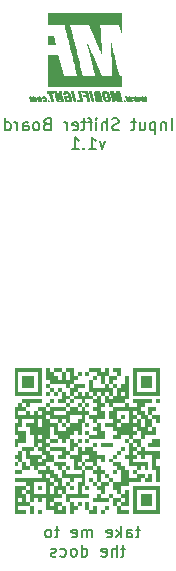
<source format=gbr>
%TF.GenerationSoftware,KiCad,Pcbnew,9.0.3*%
%TF.CreationDate,2025-07-25T06:36:41+02:00*%
%TF.ProjectId,input-shifter-board,696e7075-742d-4736-9869-667465722d62,rev?*%
%TF.SameCoordinates,Original*%
%TF.FileFunction,Legend,Bot*%
%TF.FilePolarity,Positive*%
%FSLAX46Y46*%
G04 Gerber Fmt 4.6, Leading zero omitted, Abs format (unit mm)*
G04 Created by KiCad (PCBNEW 9.0.3) date 2025-07-25 06:36:41*
%MOMM*%
%LPD*%
G01*
G04 APERTURE LIST*
G04 Aperture macros list*
%AMRoundRect*
0 Rectangle with rounded corners*
0 $1 Rounding radius*
0 $2 $3 $4 $5 $6 $7 $8 $9 X,Y pos of 4 corners*
0 Add a 4 corners polygon primitive as box body*
4,1,4,$2,$3,$4,$5,$6,$7,$8,$9,$2,$3,0*
0 Add four circle primitives for the rounded corners*
1,1,$1+$1,$2,$3*
1,1,$1+$1,$4,$5*
1,1,$1+$1,$6,$7*
1,1,$1+$1,$8,$9*
0 Add four rect primitives between the rounded corners*
20,1,$1+$1,$2,$3,$4,$5,0*
20,1,$1+$1,$4,$5,$6,$7,0*
20,1,$1+$1,$6,$7,$8,$9,0*
20,1,$1+$1,$8,$9,$2,$3,0*%
G04 Aperture macros list end*
%ADD10C,0.150000*%
%ADD11C,0.000000*%
%ADD12RoundRect,0.250000X-0.600000X-0.750000X0.600000X-0.750000X0.600000X0.750000X-0.600000X0.750000X0*%
%ADD13O,1.700000X2.000000*%
%ADD14C,6.400000*%
%ADD15RoundRect,0.250000X-0.600000X-0.725000X0.600000X-0.725000X0.600000X0.725000X-0.600000X0.725000X0*%
%ADD16O,1.700000X1.950000*%
G04 APERTURE END LIST*
D10*
X111233981Y-87984780D02*
X110853029Y-87984780D01*
X111091124Y-87651447D02*
X111091124Y-88508589D01*
X111091124Y-88508589D02*
X111043505Y-88603828D01*
X111043505Y-88603828D02*
X110948267Y-88651447D01*
X110948267Y-88651447D02*
X110853029Y-88651447D01*
X110091124Y-88651447D02*
X110091124Y-88127637D01*
X110091124Y-88127637D02*
X110138743Y-88032399D01*
X110138743Y-88032399D02*
X110233981Y-87984780D01*
X110233981Y-87984780D02*
X110424457Y-87984780D01*
X110424457Y-87984780D02*
X110519695Y-88032399D01*
X110091124Y-88603828D02*
X110186362Y-88651447D01*
X110186362Y-88651447D02*
X110424457Y-88651447D01*
X110424457Y-88651447D02*
X110519695Y-88603828D01*
X110519695Y-88603828D02*
X110567314Y-88508589D01*
X110567314Y-88508589D02*
X110567314Y-88413351D01*
X110567314Y-88413351D02*
X110519695Y-88318113D01*
X110519695Y-88318113D02*
X110424457Y-88270494D01*
X110424457Y-88270494D02*
X110186362Y-88270494D01*
X110186362Y-88270494D02*
X110091124Y-88222875D01*
X109614933Y-88651447D02*
X109614933Y-87651447D01*
X109519695Y-88270494D02*
X109233981Y-88651447D01*
X109233981Y-87984780D02*
X109614933Y-88365732D01*
X108424457Y-88603828D02*
X108519695Y-88651447D01*
X108519695Y-88651447D02*
X108710171Y-88651447D01*
X108710171Y-88651447D02*
X108805409Y-88603828D01*
X108805409Y-88603828D02*
X108853028Y-88508589D01*
X108853028Y-88508589D02*
X108853028Y-88127637D01*
X108853028Y-88127637D02*
X108805409Y-88032399D01*
X108805409Y-88032399D02*
X108710171Y-87984780D01*
X108710171Y-87984780D02*
X108519695Y-87984780D01*
X108519695Y-87984780D02*
X108424457Y-88032399D01*
X108424457Y-88032399D02*
X108376838Y-88127637D01*
X108376838Y-88127637D02*
X108376838Y-88222875D01*
X108376838Y-88222875D02*
X108853028Y-88318113D01*
X107186361Y-88651447D02*
X107186361Y-87984780D01*
X107186361Y-88080018D02*
X107138742Y-88032399D01*
X107138742Y-88032399D02*
X107043504Y-87984780D01*
X107043504Y-87984780D02*
X106900647Y-87984780D01*
X106900647Y-87984780D02*
X106805409Y-88032399D01*
X106805409Y-88032399D02*
X106757790Y-88127637D01*
X106757790Y-88127637D02*
X106757790Y-88651447D01*
X106757790Y-88127637D02*
X106710171Y-88032399D01*
X106710171Y-88032399D02*
X106614933Y-87984780D01*
X106614933Y-87984780D02*
X106472076Y-87984780D01*
X106472076Y-87984780D02*
X106376837Y-88032399D01*
X106376837Y-88032399D02*
X106329218Y-88127637D01*
X106329218Y-88127637D02*
X106329218Y-88651447D01*
X105472076Y-88603828D02*
X105567314Y-88651447D01*
X105567314Y-88651447D02*
X105757790Y-88651447D01*
X105757790Y-88651447D02*
X105853028Y-88603828D01*
X105853028Y-88603828D02*
X105900647Y-88508589D01*
X105900647Y-88508589D02*
X105900647Y-88127637D01*
X105900647Y-88127637D02*
X105853028Y-88032399D01*
X105853028Y-88032399D02*
X105757790Y-87984780D01*
X105757790Y-87984780D02*
X105567314Y-87984780D01*
X105567314Y-87984780D02*
X105472076Y-88032399D01*
X105472076Y-88032399D02*
X105424457Y-88127637D01*
X105424457Y-88127637D02*
X105424457Y-88222875D01*
X105424457Y-88222875D02*
X105900647Y-88318113D01*
X104376837Y-87984780D02*
X103995885Y-87984780D01*
X104233980Y-87651447D02*
X104233980Y-88508589D01*
X104233980Y-88508589D02*
X104186361Y-88603828D01*
X104186361Y-88603828D02*
X104091123Y-88651447D01*
X104091123Y-88651447D02*
X103995885Y-88651447D01*
X103519694Y-88651447D02*
X103614932Y-88603828D01*
X103614932Y-88603828D02*
X103662551Y-88556208D01*
X103662551Y-88556208D02*
X103710170Y-88460970D01*
X103710170Y-88460970D02*
X103710170Y-88175256D01*
X103710170Y-88175256D02*
X103662551Y-88080018D01*
X103662551Y-88080018D02*
X103614932Y-88032399D01*
X103614932Y-88032399D02*
X103519694Y-87984780D01*
X103519694Y-87984780D02*
X103376837Y-87984780D01*
X103376837Y-87984780D02*
X103281599Y-88032399D01*
X103281599Y-88032399D02*
X103233980Y-88080018D01*
X103233980Y-88080018D02*
X103186361Y-88175256D01*
X103186361Y-88175256D02*
X103186361Y-88460970D01*
X103186361Y-88460970D02*
X103233980Y-88556208D01*
X103233980Y-88556208D02*
X103281599Y-88603828D01*
X103281599Y-88603828D02*
X103376837Y-88651447D01*
X103376837Y-88651447D02*
X103519694Y-88651447D01*
X109972076Y-89594724D02*
X109591124Y-89594724D01*
X109829219Y-89261391D02*
X109829219Y-90118533D01*
X109829219Y-90118533D02*
X109781600Y-90213772D01*
X109781600Y-90213772D02*
X109686362Y-90261391D01*
X109686362Y-90261391D02*
X109591124Y-90261391D01*
X109257790Y-90261391D02*
X109257790Y-89261391D01*
X108829219Y-90261391D02*
X108829219Y-89737581D01*
X108829219Y-89737581D02*
X108876838Y-89642343D01*
X108876838Y-89642343D02*
X108972076Y-89594724D01*
X108972076Y-89594724D02*
X109114933Y-89594724D01*
X109114933Y-89594724D02*
X109210171Y-89642343D01*
X109210171Y-89642343D02*
X109257790Y-89689962D01*
X107972076Y-90213772D02*
X108067314Y-90261391D01*
X108067314Y-90261391D02*
X108257790Y-90261391D01*
X108257790Y-90261391D02*
X108353028Y-90213772D01*
X108353028Y-90213772D02*
X108400647Y-90118533D01*
X108400647Y-90118533D02*
X108400647Y-89737581D01*
X108400647Y-89737581D02*
X108353028Y-89642343D01*
X108353028Y-89642343D02*
X108257790Y-89594724D01*
X108257790Y-89594724D02*
X108067314Y-89594724D01*
X108067314Y-89594724D02*
X107972076Y-89642343D01*
X107972076Y-89642343D02*
X107924457Y-89737581D01*
X107924457Y-89737581D02*
X107924457Y-89832819D01*
X107924457Y-89832819D02*
X108400647Y-89928057D01*
X106305409Y-90261391D02*
X106305409Y-89261391D01*
X106305409Y-90213772D02*
X106400647Y-90261391D01*
X106400647Y-90261391D02*
X106591123Y-90261391D01*
X106591123Y-90261391D02*
X106686361Y-90213772D01*
X106686361Y-90213772D02*
X106733980Y-90166152D01*
X106733980Y-90166152D02*
X106781599Y-90070914D01*
X106781599Y-90070914D02*
X106781599Y-89785200D01*
X106781599Y-89785200D02*
X106733980Y-89689962D01*
X106733980Y-89689962D02*
X106686361Y-89642343D01*
X106686361Y-89642343D02*
X106591123Y-89594724D01*
X106591123Y-89594724D02*
X106400647Y-89594724D01*
X106400647Y-89594724D02*
X106305409Y-89642343D01*
X105686361Y-90261391D02*
X105781599Y-90213772D01*
X105781599Y-90213772D02*
X105829218Y-90166152D01*
X105829218Y-90166152D02*
X105876837Y-90070914D01*
X105876837Y-90070914D02*
X105876837Y-89785200D01*
X105876837Y-89785200D02*
X105829218Y-89689962D01*
X105829218Y-89689962D02*
X105781599Y-89642343D01*
X105781599Y-89642343D02*
X105686361Y-89594724D01*
X105686361Y-89594724D02*
X105543504Y-89594724D01*
X105543504Y-89594724D02*
X105448266Y-89642343D01*
X105448266Y-89642343D02*
X105400647Y-89689962D01*
X105400647Y-89689962D02*
X105353028Y-89785200D01*
X105353028Y-89785200D02*
X105353028Y-90070914D01*
X105353028Y-90070914D02*
X105400647Y-90166152D01*
X105400647Y-90166152D02*
X105448266Y-90213772D01*
X105448266Y-90213772D02*
X105543504Y-90261391D01*
X105543504Y-90261391D02*
X105686361Y-90261391D01*
X104495885Y-90213772D02*
X104591123Y-90261391D01*
X104591123Y-90261391D02*
X104781599Y-90261391D01*
X104781599Y-90261391D02*
X104876837Y-90213772D01*
X104876837Y-90213772D02*
X104924456Y-90166152D01*
X104924456Y-90166152D02*
X104972075Y-90070914D01*
X104972075Y-90070914D02*
X104972075Y-89785200D01*
X104972075Y-89785200D02*
X104924456Y-89689962D01*
X104924456Y-89689962D02*
X104876837Y-89642343D01*
X104876837Y-89642343D02*
X104781599Y-89594724D01*
X104781599Y-89594724D02*
X104591123Y-89594724D01*
X104591123Y-89594724D02*
X104495885Y-89642343D01*
X104114932Y-90213772D02*
X104019694Y-90261391D01*
X104019694Y-90261391D02*
X103829218Y-90261391D01*
X103829218Y-90261391D02*
X103733980Y-90213772D01*
X103733980Y-90213772D02*
X103686361Y-90118533D01*
X103686361Y-90118533D02*
X103686361Y-90070914D01*
X103686361Y-90070914D02*
X103733980Y-89975676D01*
X103733980Y-89975676D02*
X103829218Y-89928057D01*
X103829218Y-89928057D02*
X103972075Y-89928057D01*
X103972075Y-89928057D02*
X104067313Y-89880438D01*
X104067313Y-89880438D02*
X104114932Y-89785200D01*
X104114932Y-89785200D02*
X104114932Y-89737581D01*
X104114932Y-89737581D02*
X104067313Y-89642343D01*
X104067313Y-89642343D02*
X103972075Y-89594724D01*
X103972075Y-89594724D02*
X103829218Y-89594724D01*
X103829218Y-89594724D02*
X103733980Y-89642343D01*
X113907619Y-54169875D02*
X113907619Y-53169875D01*
X113431429Y-53503208D02*
X113431429Y-54169875D01*
X113431429Y-53598446D02*
X113383810Y-53550827D01*
X113383810Y-53550827D02*
X113288572Y-53503208D01*
X113288572Y-53503208D02*
X113145715Y-53503208D01*
X113145715Y-53503208D02*
X113050477Y-53550827D01*
X113050477Y-53550827D02*
X113002858Y-53646065D01*
X113002858Y-53646065D02*
X113002858Y-54169875D01*
X112526667Y-53503208D02*
X112526667Y-54503208D01*
X112526667Y-53550827D02*
X112431429Y-53503208D01*
X112431429Y-53503208D02*
X112240953Y-53503208D01*
X112240953Y-53503208D02*
X112145715Y-53550827D01*
X112145715Y-53550827D02*
X112098096Y-53598446D01*
X112098096Y-53598446D02*
X112050477Y-53693684D01*
X112050477Y-53693684D02*
X112050477Y-53979398D01*
X112050477Y-53979398D02*
X112098096Y-54074636D01*
X112098096Y-54074636D02*
X112145715Y-54122256D01*
X112145715Y-54122256D02*
X112240953Y-54169875D01*
X112240953Y-54169875D02*
X112431429Y-54169875D01*
X112431429Y-54169875D02*
X112526667Y-54122256D01*
X111193334Y-53503208D02*
X111193334Y-54169875D01*
X111621905Y-53503208D02*
X111621905Y-54027017D01*
X111621905Y-54027017D02*
X111574286Y-54122256D01*
X111574286Y-54122256D02*
X111479048Y-54169875D01*
X111479048Y-54169875D02*
X111336191Y-54169875D01*
X111336191Y-54169875D02*
X111240953Y-54122256D01*
X111240953Y-54122256D02*
X111193334Y-54074636D01*
X110860000Y-53503208D02*
X110479048Y-53503208D01*
X110717143Y-53169875D02*
X110717143Y-54027017D01*
X110717143Y-54027017D02*
X110669524Y-54122256D01*
X110669524Y-54122256D02*
X110574286Y-54169875D01*
X110574286Y-54169875D02*
X110479048Y-54169875D01*
X109431428Y-54122256D02*
X109288571Y-54169875D01*
X109288571Y-54169875D02*
X109050476Y-54169875D01*
X109050476Y-54169875D02*
X108955238Y-54122256D01*
X108955238Y-54122256D02*
X108907619Y-54074636D01*
X108907619Y-54074636D02*
X108860000Y-53979398D01*
X108860000Y-53979398D02*
X108860000Y-53884160D01*
X108860000Y-53884160D02*
X108907619Y-53788922D01*
X108907619Y-53788922D02*
X108955238Y-53741303D01*
X108955238Y-53741303D02*
X109050476Y-53693684D01*
X109050476Y-53693684D02*
X109240952Y-53646065D01*
X109240952Y-53646065D02*
X109336190Y-53598446D01*
X109336190Y-53598446D02*
X109383809Y-53550827D01*
X109383809Y-53550827D02*
X109431428Y-53455589D01*
X109431428Y-53455589D02*
X109431428Y-53360351D01*
X109431428Y-53360351D02*
X109383809Y-53265113D01*
X109383809Y-53265113D02*
X109336190Y-53217494D01*
X109336190Y-53217494D02*
X109240952Y-53169875D01*
X109240952Y-53169875D02*
X109002857Y-53169875D01*
X109002857Y-53169875D02*
X108860000Y-53217494D01*
X108431428Y-54169875D02*
X108431428Y-53169875D01*
X108002857Y-54169875D02*
X108002857Y-53646065D01*
X108002857Y-53646065D02*
X108050476Y-53550827D01*
X108050476Y-53550827D02*
X108145714Y-53503208D01*
X108145714Y-53503208D02*
X108288571Y-53503208D01*
X108288571Y-53503208D02*
X108383809Y-53550827D01*
X108383809Y-53550827D02*
X108431428Y-53598446D01*
X107526666Y-54169875D02*
X107526666Y-53503208D01*
X107526666Y-53169875D02*
X107574285Y-53217494D01*
X107574285Y-53217494D02*
X107526666Y-53265113D01*
X107526666Y-53265113D02*
X107479047Y-53217494D01*
X107479047Y-53217494D02*
X107526666Y-53169875D01*
X107526666Y-53169875D02*
X107526666Y-53265113D01*
X107193333Y-53503208D02*
X106812381Y-53503208D01*
X107050476Y-54169875D02*
X107050476Y-53312732D01*
X107050476Y-53312732D02*
X107002857Y-53217494D01*
X107002857Y-53217494D02*
X106907619Y-53169875D01*
X106907619Y-53169875D02*
X106812381Y-53169875D01*
X106621904Y-53503208D02*
X106240952Y-53503208D01*
X106479047Y-53169875D02*
X106479047Y-54027017D01*
X106479047Y-54027017D02*
X106431428Y-54122256D01*
X106431428Y-54122256D02*
X106336190Y-54169875D01*
X106336190Y-54169875D02*
X106240952Y-54169875D01*
X105526666Y-54122256D02*
X105621904Y-54169875D01*
X105621904Y-54169875D02*
X105812380Y-54169875D01*
X105812380Y-54169875D02*
X105907618Y-54122256D01*
X105907618Y-54122256D02*
X105955237Y-54027017D01*
X105955237Y-54027017D02*
X105955237Y-53646065D01*
X105955237Y-53646065D02*
X105907618Y-53550827D01*
X105907618Y-53550827D02*
X105812380Y-53503208D01*
X105812380Y-53503208D02*
X105621904Y-53503208D01*
X105621904Y-53503208D02*
X105526666Y-53550827D01*
X105526666Y-53550827D02*
X105479047Y-53646065D01*
X105479047Y-53646065D02*
X105479047Y-53741303D01*
X105479047Y-53741303D02*
X105955237Y-53836541D01*
X105050475Y-54169875D02*
X105050475Y-53503208D01*
X105050475Y-53693684D02*
X105002856Y-53598446D01*
X105002856Y-53598446D02*
X104955237Y-53550827D01*
X104955237Y-53550827D02*
X104859999Y-53503208D01*
X104859999Y-53503208D02*
X104764761Y-53503208D01*
X103336189Y-53646065D02*
X103193332Y-53693684D01*
X103193332Y-53693684D02*
X103145713Y-53741303D01*
X103145713Y-53741303D02*
X103098094Y-53836541D01*
X103098094Y-53836541D02*
X103098094Y-53979398D01*
X103098094Y-53979398D02*
X103145713Y-54074636D01*
X103145713Y-54074636D02*
X103193332Y-54122256D01*
X103193332Y-54122256D02*
X103288570Y-54169875D01*
X103288570Y-54169875D02*
X103669522Y-54169875D01*
X103669522Y-54169875D02*
X103669522Y-53169875D01*
X103669522Y-53169875D02*
X103336189Y-53169875D01*
X103336189Y-53169875D02*
X103240951Y-53217494D01*
X103240951Y-53217494D02*
X103193332Y-53265113D01*
X103193332Y-53265113D02*
X103145713Y-53360351D01*
X103145713Y-53360351D02*
X103145713Y-53455589D01*
X103145713Y-53455589D02*
X103193332Y-53550827D01*
X103193332Y-53550827D02*
X103240951Y-53598446D01*
X103240951Y-53598446D02*
X103336189Y-53646065D01*
X103336189Y-53646065D02*
X103669522Y-53646065D01*
X102526665Y-54169875D02*
X102621903Y-54122256D01*
X102621903Y-54122256D02*
X102669522Y-54074636D01*
X102669522Y-54074636D02*
X102717141Y-53979398D01*
X102717141Y-53979398D02*
X102717141Y-53693684D01*
X102717141Y-53693684D02*
X102669522Y-53598446D01*
X102669522Y-53598446D02*
X102621903Y-53550827D01*
X102621903Y-53550827D02*
X102526665Y-53503208D01*
X102526665Y-53503208D02*
X102383808Y-53503208D01*
X102383808Y-53503208D02*
X102288570Y-53550827D01*
X102288570Y-53550827D02*
X102240951Y-53598446D01*
X102240951Y-53598446D02*
X102193332Y-53693684D01*
X102193332Y-53693684D02*
X102193332Y-53979398D01*
X102193332Y-53979398D02*
X102240951Y-54074636D01*
X102240951Y-54074636D02*
X102288570Y-54122256D01*
X102288570Y-54122256D02*
X102383808Y-54169875D01*
X102383808Y-54169875D02*
X102526665Y-54169875D01*
X101336189Y-54169875D02*
X101336189Y-53646065D01*
X101336189Y-53646065D02*
X101383808Y-53550827D01*
X101383808Y-53550827D02*
X101479046Y-53503208D01*
X101479046Y-53503208D02*
X101669522Y-53503208D01*
X101669522Y-53503208D02*
X101764760Y-53550827D01*
X101336189Y-54122256D02*
X101431427Y-54169875D01*
X101431427Y-54169875D02*
X101669522Y-54169875D01*
X101669522Y-54169875D02*
X101764760Y-54122256D01*
X101764760Y-54122256D02*
X101812379Y-54027017D01*
X101812379Y-54027017D02*
X101812379Y-53931779D01*
X101812379Y-53931779D02*
X101764760Y-53836541D01*
X101764760Y-53836541D02*
X101669522Y-53788922D01*
X101669522Y-53788922D02*
X101431427Y-53788922D01*
X101431427Y-53788922D02*
X101336189Y-53741303D01*
X100859998Y-54169875D02*
X100859998Y-53503208D01*
X100859998Y-53693684D02*
X100812379Y-53598446D01*
X100812379Y-53598446D02*
X100764760Y-53550827D01*
X100764760Y-53550827D02*
X100669522Y-53503208D01*
X100669522Y-53503208D02*
X100574284Y-53503208D01*
X99812379Y-54169875D02*
X99812379Y-53169875D01*
X99812379Y-54122256D02*
X99907617Y-54169875D01*
X99907617Y-54169875D02*
X100098093Y-54169875D01*
X100098093Y-54169875D02*
X100193331Y-54122256D01*
X100193331Y-54122256D02*
X100240950Y-54074636D01*
X100240950Y-54074636D02*
X100288569Y-53979398D01*
X100288569Y-53979398D02*
X100288569Y-53693684D01*
X100288569Y-53693684D02*
X100240950Y-53598446D01*
X100240950Y-53598446D02*
X100193331Y-53550827D01*
X100193331Y-53550827D02*
X100098093Y-53503208D01*
X100098093Y-53503208D02*
X99907617Y-53503208D01*
X99907617Y-53503208D02*
X99812379Y-53550827D01*
X108288570Y-55113152D02*
X108050475Y-55779819D01*
X108050475Y-55779819D02*
X107812380Y-55113152D01*
X106907618Y-55779819D02*
X107479046Y-55779819D01*
X107193332Y-55779819D02*
X107193332Y-54779819D01*
X107193332Y-54779819D02*
X107288570Y-54922676D01*
X107288570Y-54922676D02*
X107383808Y-55017914D01*
X107383808Y-55017914D02*
X107479046Y-55065533D01*
X106479046Y-55684580D02*
X106431427Y-55732200D01*
X106431427Y-55732200D02*
X106479046Y-55779819D01*
X106479046Y-55779819D02*
X106526665Y-55732200D01*
X106526665Y-55732200D02*
X106479046Y-55684580D01*
X106479046Y-55684580D02*
X106479046Y-55779819D01*
X105479047Y-55779819D02*
X106050475Y-55779819D01*
X105764761Y-55779819D02*
X105764761Y-54779819D01*
X105764761Y-54779819D02*
X105859999Y-54922676D01*
X105859999Y-54922676D02*
X105955237Y-55017914D01*
X105955237Y-55017914D02*
X106050475Y-55065533D01*
D11*
%TO.C,G2*%
G36*
X104009125Y-46540140D02*
G01*
X104104449Y-46923536D01*
X103422634Y-46923536D01*
X103422634Y-46156744D01*
X103913800Y-46156744D01*
X104009125Y-46540140D01*
G37*
G36*
X109933718Y-51620149D02*
G01*
X109980101Y-51622426D01*
X110006091Y-51633921D01*
X110019925Y-51662114D01*
X110029843Y-51714484D01*
X110040610Y-51781818D01*
X109964222Y-51776860D01*
X109887833Y-51771901D01*
X109868646Y-51696021D01*
X109849459Y-51620140D01*
X109925921Y-51620140D01*
X109933718Y-51620149D01*
G37*
G36*
X103526173Y-51620855D02*
G01*
X103554998Y-51627011D01*
X103570146Y-51644708D01*
X103581542Y-51680046D01*
X103584124Y-51689580D01*
X103594158Y-51732305D01*
X103598268Y-51759920D01*
X103597309Y-51764115D01*
X103574212Y-51775930D01*
X103520573Y-51779888D01*
X103485346Y-51779405D01*
X103455212Y-51774328D01*
X103441230Y-51759050D01*
X103434070Y-51727970D01*
X103424804Y-51683653D01*
X103414296Y-51648096D01*
X103411709Y-51640233D01*
X103414853Y-51627320D01*
X103436790Y-51621498D01*
X103484073Y-51620140D01*
X103526173Y-51620855D01*
G37*
G36*
X105528955Y-50837434D02*
G01*
X105582950Y-50839005D01*
X105614948Y-50844192D01*
X105632491Y-50854970D01*
X105643116Y-50873316D01*
X105646324Y-50883082D01*
X105656950Y-50921127D01*
X105673049Y-50981981D01*
X105693400Y-51060757D01*
X105716785Y-51152568D01*
X105741985Y-51252528D01*
X105767780Y-51355749D01*
X105792951Y-51457345D01*
X105816280Y-51552428D01*
X105836547Y-51636111D01*
X105852533Y-51703507D01*
X105863018Y-51749730D01*
X105866784Y-51769892D01*
X105865776Y-51771159D01*
X105844182Y-51775603D01*
X105800217Y-51778715D01*
X105741518Y-51779888D01*
X105616252Y-51779888D01*
X105508946Y-51344574D01*
X105506087Y-51332975D01*
X105477947Y-51218806D01*
X105452082Y-51113844D01*
X105429566Y-51022450D01*
X105411473Y-50948990D01*
X105398879Y-50897824D01*
X105392858Y-50873316D01*
X105390258Y-50860593D01*
X105392847Y-50847494D01*
X105408882Y-50840565D01*
X105444531Y-50837844D01*
X105505961Y-50837373D01*
X105528955Y-50837434D01*
G37*
G36*
X107046728Y-50837436D02*
G01*
X107100645Y-50839012D01*
X107132585Y-50844202D01*
X107150078Y-50854979D01*
X107160656Y-50873316D01*
X107163817Y-50882917D01*
X107174429Y-50920834D01*
X107190523Y-50981586D01*
X107210879Y-51060282D01*
X107234274Y-51152034D01*
X107259489Y-51251952D01*
X107285303Y-51355148D01*
X107310494Y-51456733D01*
X107333843Y-51551817D01*
X107354128Y-51635511D01*
X107370129Y-51702927D01*
X107380625Y-51749176D01*
X107384395Y-51769368D01*
X107383382Y-51770704D01*
X107361773Y-51775379D01*
X107317797Y-51778654D01*
X107259087Y-51779888D01*
X107133780Y-51779888D01*
X107024805Y-51336587D01*
X107019945Y-51316817D01*
X106991871Y-51202673D01*
X106966218Y-51098463D01*
X106944027Y-51008404D01*
X106926339Y-50936717D01*
X106914192Y-50887618D01*
X106908627Y-50865329D01*
X106907757Y-50861414D01*
X106909837Y-50848699D01*
X106925799Y-50841430D01*
X106961662Y-50838143D01*
X107023440Y-50837373D01*
X107046728Y-50837436D01*
G37*
G36*
X106540579Y-50840989D02*
G01*
X106815002Y-50845360D01*
X106900074Y-51188819D01*
X106906633Y-51215314D01*
X106933663Y-51324724D01*
X106959679Y-51430381D01*
X106983011Y-51525471D01*
X107001984Y-51603180D01*
X107014927Y-51656695D01*
X107044708Y-51781112D01*
X106915973Y-51776507D01*
X106787238Y-51771901D01*
X106752133Y-51628127D01*
X106745080Y-51599193D01*
X106728731Y-51531738D01*
X106715226Y-51475515D01*
X106706947Y-51440423D01*
X106706139Y-51436913D01*
X106700050Y-51417216D01*
X106688599Y-51405255D01*
X106665141Y-51399101D01*
X106623026Y-51396823D01*
X106555610Y-51396492D01*
X106414352Y-51396492D01*
X106367520Y-51204794D01*
X106637660Y-51204794D01*
X106627047Y-51138425D01*
X106624459Y-51123223D01*
X106615670Y-51081735D01*
X106608088Y-51058551D01*
X106601873Y-51055352D01*
X106569570Y-51050059D01*
X106516807Y-51046407D01*
X106451129Y-51045046D01*
X106302516Y-51045046D01*
X106284336Y-50954520D01*
X106276704Y-50915244D01*
X106269099Y-50872408D01*
X106266156Y-50850306D01*
X106276335Y-50846781D01*
X106313700Y-50843387D01*
X106373633Y-50841173D01*
X106450978Y-50840316D01*
X106540579Y-50840989D01*
G37*
G36*
X102952917Y-51709478D02*
G01*
X102926830Y-51755174D01*
X102879489Y-51785390D01*
X102865576Y-51788488D01*
X102824058Y-51791203D01*
X102771536Y-51790143D01*
X102750259Y-51788456D01*
X102690904Y-51775495D01*
X102649022Y-51749036D01*
X102620207Y-51714446D01*
X102582288Y-51644886D01*
X102552306Y-51561277D01*
X102534650Y-51474163D01*
X102533828Y-51466728D01*
X102534024Y-51428536D01*
X102689347Y-51428536D01*
X102694194Y-51465554D01*
X102698456Y-51486096D01*
X102712374Y-51543369D01*
X102728835Y-51602911D01*
X102737979Y-51629177D01*
X102758421Y-51667281D01*
X102778420Y-51685024D01*
X102793553Y-51679573D01*
X102799398Y-51648096D01*
X102798853Y-51635316D01*
X102790334Y-51582733D01*
X102774095Y-51525345D01*
X102753505Y-51472209D01*
X102731929Y-51432384D01*
X102712735Y-51414928D01*
X102695884Y-51414523D01*
X102689347Y-51428536D01*
X102534024Y-51428536D01*
X102534192Y-51395853D01*
X102554672Y-51347873D01*
X102598436Y-51318777D01*
X102668653Y-51304557D01*
X102742780Y-51303881D01*
X102807728Y-51321785D01*
X102858724Y-51362242D01*
X102899523Y-51428348D01*
X102933878Y-51523197D01*
X102943823Y-51559633D01*
X102958374Y-51645299D01*
X102958136Y-51648096D01*
X102952917Y-51709478D01*
G37*
G36*
X103628364Y-50837373D02*
G01*
X103929944Y-50837373D01*
X103955849Y-50940499D01*
X103968672Y-50992697D01*
X103978137Y-51033508D01*
X103981753Y-51052322D01*
X103973933Y-51055900D01*
X103942019Y-51059590D01*
X103893891Y-51061021D01*
X103857756Y-51061872D01*
X103820481Y-51065349D01*
X103806030Y-51070591D01*
X103809204Y-51085875D01*
X103818915Y-51127158D01*
X103833813Y-51188786D01*
X103852528Y-51265241D01*
X103873688Y-51351003D01*
X103895924Y-51440552D01*
X103917863Y-51528370D01*
X103938136Y-51608936D01*
X103955372Y-51676732D01*
X103968199Y-51726237D01*
X103975247Y-51751932D01*
X103976759Y-51757998D01*
X103973946Y-51769623D01*
X103956716Y-51776236D01*
X103919230Y-51779203D01*
X103855647Y-51779888D01*
X103727387Y-51779888D01*
X103711564Y-51719983D01*
X103702830Y-51686058D01*
X103687866Y-51626995D01*
X103668238Y-51549011D01*
X103645474Y-51458174D01*
X103621101Y-51360549D01*
X103546460Y-51061021D01*
X103376976Y-51061021D01*
X103351880Y-50974694D01*
X103347952Y-50961386D01*
X103334927Y-50917556D01*
X103328358Y-50885436D01*
X103331886Y-50863217D01*
X103349150Y-50849092D01*
X103383790Y-50841253D01*
X103439445Y-50837892D01*
X103519757Y-50837201D01*
X103628364Y-50837373D01*
G37*
G36*
X103165422Y-51307839D02*
G01*
X103231752Y-51335858D01*
X103283402Y-51388382D01*
X103325280Y-51468947D01*
X103326194Y-51471224D01*
X103355398Y-51563433D01*
X103365642Y-51643509D01*
X103356865Y-51706969D01*
X103329008Y-51749331D01*
X103320824Y-51755027D01*
X103271179Y-51772858D01*
X103207165Y-51779900D01*
X103141685Y-51775612D01*
X103087641Y-51759452D01*
X103052204Y-51732529D01*
X103015035Y-51688974D01*
X102986646Y-51641514D01*
X102975338Y-51601803D01*
X102979531Y-51584715D01*
X102999496Y-51574883D01*
X103043231Y-51572561D01*
X103048086Y-51572599D01*
X103090989Y-51576339D01*
X103115787Y-51591020D01*
X103135086Y-51623653D01*
X103138783Y-51631197D01*
X103164058Y-51668809D01*
X103186742Y-51680680D01*
X103203052Y-51664535D01*
X103203153Y-51664265D01*
X103203835Y-51635390D01*
X103196022Y-51587869D01*
X103182441Y-51531737D01*
X103165823Y-51477030D01*
X103148895Y-51433784D01*
X103134387Y-51412035D01*
X103110995Y-51404146D01*
X103092519Y-51417619D01*
X103091430Y-51454277D01*
X103093687Y-51469642D01*
X103088969Y-51484943D01*
X103067244Y-51491164D01*
X103021047Y-51492341D01*
X102943388Y-51492341D01*
X102943388Y-51413029D01*
X102944164Y-51386104D01*
X102953296Y-51342363D01*
X102977209Y-51316362D01*
X103021492Y-51303867D01*
X103091737Y-51300643D01*
X103165422Y-51307839D01*
G37*
G36*
X106232825Y-50897278D02*
G01*
X106236155Y-50909969D01*
X106252356Y-50973169D01*
X106272567Y-51053705D01*
X106295619Y-51146745D01*
X106320342Y-51247452D01*
X106345565Y-51350992D01*
X106370118Y-51452531D01*
X106392832Y-51547233D01*
X106412534Y-51630264D01*
X106428057Y-51696789D01*
X106438228Y-51741973D01*
X106441879Y-51760983D01*
X106434856Y-51767467D01*
X106407083Y-51773188D01*
X106355613Y-51777038D01*
X106277703Y-51779208D01*
X106170611Y-51779888D01*
X105899343Y-51779888D01*
X105889501Y-51735958D01*
X105889434Y-51735661D01*
X105878285Y-51688286D01*
X105865323Y-51636115D01*
X105863446Y-51628728D01*
X105854557Y-51591545D01*
X105850891Y-51572215D01*
X105854535Y-51570568D01*
X105882256Y-51568466D01*
X105931306Y-51568174D01*
X105994575Y-51569811D01*
X105998932Y-51569976D01*
X106075984Y-51570929D01*
X106122662Y-51567025D01*
X106138357Y-51558313D01*
X106136475Y-51547796D01*
X106128107Y-51510300D01*
X106114272Y-51451254D01*
X106096320Y-51376178D01*
X106075602Y-51290588D01*
X106053467Y-51200005D01*
X106031266Y-51109946D01*
X106010349Y-51025931D01*
X105992066Y-50953477D01*
X105977768Y-50898104D01*
X105968804Y-50865329D01*
X105967382Y-50859350D01*
X105970309Y-50847688D01*
X105987608Y-50841047D01*
X106025133Y-50838064D01*
X106088740Y-50837373D01*
X106217000Y-50837373D01*
X106232825Y-50897278D01*
G37*
G36*
X108766801Y-51591760D02*
G01*
X108760179Y-51654052D01*
X108740307Y-51701039D01*
X108706728Y-51736465D01*
X108658990Y-51764075D01*
X108636882Y-51773257D01*
X108534281Y-51796150D01*
X108430592Y-51790363D01*
X108331741Y-51757669D01*
X108243655Y-51699836D01*
X108172258Y-51618636D01*
X108160864Y-51600035D01*
X108126860Y-51528137D01*
X108095840Y-51439849D01*
X108069056Y-51341756D01*
X108047757Y-51240446D01*
X108033194Y-51142505D01*
X108026618Y-51054519D01*
X108026942Y-51045814D01*
X108277679Y-51045814D01*
X108279800Y-51081883D01*
X108288628Y-51137885D01*
X108304616Y-51219368D01*
X108311194Y-51250959D01*
X108340894Y-51381093D01*
X108368595Y-51480641D01*
X108394623Y-51550654D01*
X108419300Y-51592184D01*
X108423040Y-51596195D01*
X108457038Y-51616570D01*
X108490877Y-51616884D01*
X108512678Y-51596578D01*
X108513659Y-51589720D01*
X108510532Y-51554072D01*
X108500780Y-51497125D01*
X108485980Y-51425570D01*
X108467709Y-51346095D01*
X108447547Y-51265390D01*
X108427070Y-51190145D01*
X108407857Y-51127049D01*
X108391486Y-51082790D01*
X108381175Y-51061277D01*
X108349404Y-51015776D01*
X108317758Y-50999972D01*
X108287825Y-51014905D01*
X108281807Y-51024130D01*
X108277679Y-51045814D01*
X108026942Y-51045814D01*
X108029278Y-50983076D01*
X108042426Y-50934762D01*
X108043100Y-50933529D01*
X108078677Y-50884489D01*
X108125013Y-50853327D01*
X108188713Y-50837173D01*
X108276383Y-50833159D01*
X108369741Y-50839806D01*
X108455193Y-50861497D01*
X108525963Y-50900996D01*
X108584747Y-50961129D01*
X108634242Y-51044718D01*
X108677146Y-51154587D01*
X108716156Y-51293559D01*
X108742113Y-51406283D01*
X108760627Y-51510418D01*
X108766646Y-51589720D01*
X108766801Y-51591760D01*
G37*
G36*
X102034097Y-51325265D02*
G01*
X102064235Y-51339165D01*
X102086713Y-51340126D01*
X102107778Y-51323819D01*
X102108873Y-51322744D01*
X102141720Y-51305765D01*
X102191164Y-51307556D01*
X102221637Y-51311307D01*
X102282116Y-51315114D01*
X102346113Y-51316053D01*
X102443744Y-51314745D01*
X102494537Y-51519361D01*
X102497628Y-51531803D01*
X102517095Y-51609641D01*
X102534144Y-51676983D01*
X102547033Y-51726988D01*
X102554017Y-51752814D01*
X102556247Y-51762939D01*
X102550880Y-51774525D01*
X102527350Y-51778414D01*
X102478853Y-51776777D01*
X102395002Y-51771901D01*
X102356976Y-51620140D01*
X102351379Y-51598386D01*
X102326775Y-51516421D01*
X102303343Y-51459899D01*
X102282105Y-51430893D01*
X102264082Y-51431480D01*
X102263960Y-51448494D01*
X102270217Y-51489655D01*
X102281495Y-51547719D01*
X102296312Y-51615546D01*
X102313187Y-51685997D01*
X102330634Y-51751932D01*
X102332024Y-51758023D01*
X102328134Y-51771937D01*
X102305991Y-51778342D01*
X102258785Y-51779888D01*
X102252191Y-51779885D01*
X102216885Y-51778570D01*
X102191860Y-51771373D01*
X102173727Y-51753221D01*
X102159098Y-51719041D01*
X102144582Y-51663760D01*
X102126792Y-51582304D01*
X102120910Y-51557808D01*
X102101806Y-51500706D01*
X102079683Y-51456652D01*
X102057999Y-51431661D01*
X102040211Y-51431747D01*
X102038100Y-51439408D01*
X102041380Y-51473702D01*
X102053807Y-51535365D01*
X102075598Y-51625410D01*
X102106969Y-51744853D01*
X102110787Y-51763575D01*
X102104924Y-51775379D01*
X102081175Y-51778788D01*
X102032554Y-51776802D01*
X101948211Y-51771901D01*
X101903422Y-51596178D01*
X101888393Y-51534879D01*
X101872806Y-51465266D01*
X101862055Y-51409900D01*
X101857866Y-51377086D01*
X101859127Y-51360873D01*
X101879346Y-51323708D01*
X101919380Y-51304170D01*
X101973030Y-51304081D01*
X102034097Y-51325265D01*
G37*
G36*
X107978656Y-51268693D02*
G01*
X107978790Y-51269222D01*
X108007490Y-51382890D01*
X108034021Y-51488250D01*
X108055984Y-51575736D01*
X108057248Y-51580769D01*
X108076034Y-51655916D01*
X108089244Y-51709156D01*
X108095743Y-51735958D01*
X108105801Y-51779888D01*
X107892865Y-51779799D01*
X107797959Y-51778775D01*
X107708346Y-51774241D01*
X107639772Y-51764899D01*
X107586334Y-51749475D01*
X107542131Y-51726695D01*
X107501261Y-51695286D01*
X107471589Y-51665643D01*
X107423477Y-51595754D01*
X107393554Y-51519337D01*
X107383464Y-51445268D01*
X107643209Y-51445268D01*
X107645280Y-51488545D01*
X107672324Y-51545111D01*
X107704668Y-51575008D01*
X107754707Y-51588190D01*
X107771162Y-51588261D01*
X107787970Y-51585988D01*
X107795423Y-51575736D01*
X107793958Y-51551743D01*
X107784016Y-51508244D01*
X107766035Y-51439476D01*
X107764060Y-51432061D01*
X107751265Y-51396702D01*
X107732893Y-51383295D01*
X107699027Y-51383564D01*
X107666849Y-51389491D01*
X107649744Y-51406694D01*
X107643209Y-51445268D01*
X107383464Y-51445268D01*
X107383205Y-51443370D01*
X107393819Y-51374833D01*
X107426782Y-51320702D01*
X107434905Y-51312111D01*
X107453071Y-51285880D01*
X107451546Y-51272440D01*
X107449891Y-51271876D01*
X107393162Y-51236513D01*
X107346971Y-51177772D01*
X107315896Y-51103472D01*
X107311305Y-51070367D01*
X107565799Y-51070367D01*
X107567947Y-51106264D01*
X107580290Y-51139353D01*
X107603775Y-51176838D01*
X107626629Y-51193581D01*
X107667699Y-51204794D01*
X107691680Y-51202351D01*
X107700442Y-51188202D01*
X107695138Y-51152876D01*
X107686340Y-51114920D01*
X107669604Y-51062510D01*
X107650414Y-51036146D01*
X107625007Y-51032030D01*
X107589615Y-51046358D01*
X107585905Y-51048431D01*
X107565799Y-51070367D01*
X107311305Y-51070367D01*
X107304520Y-51021434D01*
X107306628Y-50980596D01*
X107319624Y-50938986D01*
X107349727Y-50901532D01*
X107354417Y-50897023D01*
X107392106Y-50871104D01*
X107442877Y-50853242D01*
X107511349Y-50842675D01*
X107602139Y-50838639D01*
X107719866Y-50840372D01*
X107871627Y-50845360D01*
X107958306Y-51188202D01*
X107978656Y-51268693D01*
G37*
G36*
X104574430Y-50837917D02*
G01*
X104588797Y-50841372D01*
X104589011Y-50842476D01*
X104594416Y-50865124D01*
X104606380Y-50913935D01*
X104623936Y-50985003D01*
X104646116Y-51074419D01*
X104671955Y-51178274D01*
X104700483Y-51292661D01*
X104706748Y-51317779D01*
X104734891Y-51431407D01*
X104760120Y-51534516D01*
X104781455Y-51623014D01*
X104797918Y-51692809D01*
X104808528Y-51739808D01*
X104812307Y-51759920D01*
X104811924Y-51762434D01*
X104796490Y-51772490D01*
X104756037Y-51778129D01*
X104687188Y-51779888D01*
X104561932Y-51779888D01*
X104541867Y-51688033D01*
X104534172Y-51653995D01*
X104515361Y-51576056D01*
X104496769Y-51504322D01*
X104493193Y-51491237D01*
X104479329Y-51445830D01*
X104465489Y-51422430D01*
X104444817Y-51413742D01*
X104410455Y-51412467D01*
X104398463Y-51412544D01*
X104363438Y-51413916D01*
X104349524Y-51416461D01*
X104353058Y-51431300D01*
X104363007Y-51471157D01*
X104377803Y-51529738D01*
X104395873Y-51600792D01*
X104441873Y-51781130D01*
X104312512Y-51776515D01*
X104183151Y-51771901D01*
X104074847Y-51332593D01*
X104070730Y-51315876D01*
X104042968Y-51202112D01*
X104018026Y-51098171D01*
X103996889Y-51008287D01*
X103980543Y-50936696D01*
X103969971Y-50887631D01*
X103966160Y-50865329D01*
X103966155Y-50864603D01*
X103970384Y-50850429D01*
X103987324Y-50842171D01*
X104023378Y-50838321D01*
X104084948Y-50837373D01*
X104204118Y-50837373D01*
X104220934Y-50897278D01*
X104232534Y-50940068D01*
X104248975Y-51002876D01*
X104265842Y-51069008D01*
X104276220Y-51109680D01*
X104289058Y-51151014D01*
X104302737Y-51172840D01*
X104322478Y-51182113D01*
X104353504Y-51185790D01*
X104357917Y-51186160D01*
X104385661Y-51187627D01*
X104402629Y-51183090D01*
X104409391Y-51167559D01*
X104406517Y-51136044D01*
X104394577Y-51083557D01*
X104374140Y-51005109D01*
X104365433Y-50970888D01*
X104352023Y-50912118D01*
X104344285Y-50869105D01*
X104343685Y-50849354D01*
X104352859Y-50846150D01*
X104385887Y-50842120D01*
X104433934Y-50838977D01*
X104487623Y-50837025D01*
X104537581Y-50836570D01*
X104574430Y-50837917D01*
G37*
G36*
X104983780Y-50837410D02*
G01*
X105091549Y-50845668D01*
X105179266Y-50870495D01*
X105250580Y-50914956D01*
X105309140Y-50982118D01*
X105358595Y-51075046D01*
X105402592Y-51196807D01*
X105421828Y-51263677D01*
X105445963Y-51362156D01*
X105465509Y-51458865D01*
X105478605Y-51544299D01*
X105483385Y-51608952D01*
X105483138Y-51619182D01*
X105470907Y-51684703D01*
X105443973Y-51741700D01*
X105407508Y-51778609D01*
X105393549Y-51784903D01*
X105339527Y-51794699D01*
X105272335Y-51793942D01*
X105204183Y-51783337D01*
X105147280Y-51763589D01*
X105143829Y-51761834D01*
X105106056Y-51744506D01*
X105088391Y-51742715D01*
X105084017Y-51755602D01*
X105076824Y-51769971D01*
X105050255Y-51777700D01*
X104998133Y-51779888D01*
X104912248Y-51779888D01*
X104854359Y-51541947D01*
X104843766Y-51498098D01*
X104825059Y-51418988D01*
X104810058Y-51353327D01*
X104800088Y-51306970D01*
X104796470Y-51285771D01*
X104798439Y-51281631D01*
X104821266Y-51274335D01*
X104871424Y-51271226D01*
X104951110Y-51272109D01*
X104968820Y-51272641D01*
X105034120Y-51275216D01*
X105075172Y-51279193D01*
X105098318Y-51286279D01*
X105109899Y-51298185D01*
X105116254Y-51316618D01*
X105119251Y-51328004D01*
X105134333Y-51386492D01*
X105141110Y-51421160D01*
X105139141Y-51438225D01*
X105127987Y-51443905D01*
X105107207Y-51444417D01*
X105091231Y-51445014D01*
X105073400Y-51453945D01*
X105076683Y-51480360D01*
X105092641Y-51525797D01*
X105125200Y-51584650D01*
X105162072Y-51615025D01*
X105201657Y-51615196D01*
X105215033Y-51606302D01*
X105224158Y-51586004D01*
X105225422Y-51551363D01*
X105218511Y-51498311D01*
X105203109Y-51422778D01*
X105178904Y-51320694D01*
X105164548Y-51263572D01*
X105137979Y-51166927D01*
X105114431Y-51096520D01*
X105092406Y-51048790D01*
X105070405Y-51020178D01*
X105046930Y-51007124D01*
X105030581Y-51003778D01*
X105002489Y-51008510D01*
X104991165Y-51035207D01*
X104994059Y-51087757D01*
X105003715Y-51158206D01*
X104756985Y-51148882D01*
X104745956Y-51084983D01*
X104743476Y-51067399D01*
X104745522Y-50988791D01*
X104767575Y-50919954D01*
X104806997Y-50870179D01*
X104826305Y-50857201D01*
X104859022Y-50845010D01*
X104905532Y-50838988D01*
X104974861Y-50837373D01*
X104983780Y-50837410D01*
G37*
G36*
X109450045Y-50837733D02*
G01*
X109504856Y-50839759D01*
X109538072Y-50844408D01*
X109555522Y-50852619D01*
X109563035Y-50865329D01*
X109565592Y-50874458D01*
X109576340Y-50915606D01*
X109592292Y-50978811D01*
X109612278Y-51059247D01*
X109635128Y-51152090D01*
X109659672Y-51252515D01*
X109684740Y-51355698D01*
X109709161Y-51456812D01*
X109731766Y-51551035D01*
X109751385Y-51633540D01*
X109766847Y-51699504D01*
X109776982Y-51744101D01*
X109780621Y-51762506D01*
X109770617Y-51770743D01*
X109732486Y-51777503D01*
X109669413Y-51779888D01*
X109558205Y-51779888D01*
X109542181Y-51719983D01*
X109541430Y-51717154D01*
X109530906Y-51675998D01*
X109515149Y-51612758D01*
X109496164Y-51535529D01*
X109475953Y-51452404D01*
X109471505Y-51434105D01*
X109452737Y-51359087D01*
X109436412Y-51297192D01*
X109424151Y-51254413D01*
X109417578Y-51236744D01*
X109416737Y-51236967D01*
X109415092Y-51256111D01*
X109415566Y-51299719D01*
X109417868Y-51361965D01*
X109421711Y-51437027D01*
X109426807Y-51519079D01*
X109432865Y-51602298D01*
X109439597Y-51680859D01*
X109449045Y-51781514D01*
X109347255Y-51776708D01*
X109245464Y-51771901D01*
X109125849Y-51497470D01*
X109124505Y-51494387D01*
X109086925Y-51408998D01*
X109053797Y-51335195D01*
X109027164Y-51277419D01*
X109009072Y-51240109D01*
X109001568Y-51227705D01*
X109002205Y-51235382D01*
X109009120Y-51269242D01*
X109022094Y-51325230D01*
X109039891Y-51398074D01*
X109061277Y-51482504D01*
X109075237Y-51537309D01*
X109095245Y-51618069D01*
X109111227Y-51685353D01*
X109121819Y-51733354D01*
X109125652Y-51756263D01*
X109124267Y-51763051D01*
X109109889Y-51773223D01*
X109075205Y-51778426D01*
X109014444Y-51779888D01*
X108903236Y-51779888D01*
X108887589Y-51719983D01*
X108887541Y-51719798D01*
X108870531Y-51653564D01*
X108849647Y-51570525D01*
X108826045Y-51475462D01*
X108800885Y-51373157D01*
X108775324Y-51268390D01*
X108750519Y-51165942D01*
X108727628Y-51070596D01*
X108707808Y-50987133D01*
X108692218Y-50920333D01*
X108682015Y-50874977D01*
X108678357Y-50855848D01*
X108686241Y-50847310D01*
X108714698Y-50841778D01*
X108767507Y-50839727D01*
X108848405Y-50840826D01*
X109018453Y-50845360D01*
X109123971Y-51090024D01*
X109155508Y-51162565D01*
X109188446Y-51234769D01*
X109211837Y-51278137D01*
X109226791Y-51292174D01*
X109234421Y-51276380D01*
X109235838Y-51230259D01*
X109232154Y-51153314D01*
X109224481Y-51045046D01*
X109219888Y-50977022D01*
X109216707Y-50914013D01*
X109215675Y-50869180D01*
X109217052Y-50849354D01*
X109227076Y-50845667D01*
X109263521Y-50841383D01*
X109319857Y-50838456D01*
X109389104Y-50837373D01*
X109450045Y-50837733D01*
G37*
G36*
X110382764Y-51396463D02*
G01*
X110409008Y-51457524D01*
X110429596Y-51504504D01*
X110441671Y-51529266D01*
X110447503Y-51535617D01*
X110449365Y-51527364D01*
X110449531Y-51508316D01*
X110449117Y-51495005D01*
X110444763Y-51447140D01*
X110437170Y-51392499D01*
X110424680Y-51316618D01*
X110736816Y-51316618D01*
X110770243Y-51408473D01*
X110796543Y-51478933D01*
X110815402Y-51524335D01*
X110826246Y-51542088D01*
X110829959Y-51533612D01*
X110827426Y-51500329D01*
X110827053Y-51497159D01*
X110820614Y-51434545D01*
X110815526Y-51373070D01*
X110811204Y-51309711D01*
X110890976Y-51314398D01*
X110918936Y-51316658D01*
X110960328Y-51322753D01*
X110981070Y-51329833D01*
X110981899Y-51330865D01*
X110993330Y-51353578D01*
X111011546Y-51396876D01*
X111033007Y-51452404D01*
X111074620Y-51564228D01*
X111064782Y-51452404D01*
X111064581Y-51450125D01*
X111059408Y-51392888D01*
X111055176Y-51348672D01*
X111052782Y-51326884D01*
X111057345Y-51322359D01*
X111085616Y-51317274D01*
X111132685Y-51315076D01*
X111190428Y-51315486D01*
X111250715Y-51318226D01*
X111305421Y-51323016D01*
X111346419Y-51329577D01*
X111365581Y-51337629D01*
X111375604Y-51359336D01*
X111392323Y-51402826D01*
X111411452Y-51457418D01*
X111411678Y-51458092D01*
X111429573Y-51507630D01*
X111444109Y-51541145D01*
X111452158Y-51551412D01*
X111452499Y-51550896D01*
X111453709Y-51530156D01*
X111451180Y-51487138D01*
X111445392Y-51430380D01*
X111444627Y-51423920D01*
X111438699Y-51368825D01*
X111435441Y-51328907D01*
X111435542Y-51312423D01*
X111442291Y-51311429D01*
X111473135Y-51311665D01*
X111519711Y-51314110D01*
X111600096Y-51319590D01*
X111643705Y-51430742D01*
X111666244Y-51485946D01*
X111687390Y-51530707D01*
X111699636Y-51546202D01*
X111702643Y-51532061D01*
X111696074Y-51487916D01*
X111694269Y-51478089D01*
X111686030Y-51418170D01*
X111682313Y-51364543D01*
X111681607Y-51308631D01*
X111761492Y-51314166D01*
X111841376Y-51319702D01*
X111841376Y-51403567D01*
X111841481Y-51417005D01*
X111843309Y-51479412D01*
X111846938Y-51556157D01*
X111851755Y-51633661D01*
X111862134Y-51779888D01*
X111679869Y-51779888D01*
X111640357Y-51688033D01*
X111615603Y-51630838D01*
X111593363Y-51582346D01*
X111580403Y-51561572D01*
X111574905Y-51567568D01*
X111575050Y-51599388D01*
X111579017Y-51656083D01*
X111588504Y-51779888D01*
X111408592Y-51779888D01*
X111344816Y-51640109D01*
X111331813Y-51611729D01*
X111299518Y-51542118D01*
X111270236Y-51480096D01*
X111249031Y-51436429D01*
X111217021Y-51372530D01*
X111233667Y-51779888D01*
X111148094Y-51779888D01*
X111118244Y-51778824D01*
X111071592Y-51771797D01*
X111046418Y-51759920D01*
X111045467Y-51758650D01*
X111031325Y-51731929D01*
X111010931Y-51685337D01*
X110988361Y-51628127D01*
X110946406Y-51516304D01*
X110956245Y-51648096D01*
X110966085Y-51779888D01*
X110785487Y-51779888D01*
X110709825Y-51616146D01*
X110683801Y-51559933D01*
X110653521Y-51494793D01*
X110629322Y-51443031D01*
X110614848Y-51412467D01*
X110613928Y-51410603D01*
X110606280Y-51400247D01*
X110601346Y-51407703D01*
X110598787Y-51436499D01*
X110598261Y-51490160D01*
X110599429Y-51572215D01*
X110603325Y-51771901D01*
X110515464Y-51776425D01*
X110427602Y-51780948D01*
X110379678Y-51659200D01*
X110372501Y-51641156D01*
X110350077Y-51587239D01*
X110332386Y-51548297D01*
X110322751Y-51531769D01*
X110320159Y-51536340D01*
X110320539Y-51563996D01*
X110325579Y-51609057D01*
X110329365Y-51637486D01*
X110335596Y-51694314D01*
X110338574Y-51736755D01*
X110338650Y-51739747D01*
X110337448Y-51763647D01*
X110327246Y-51775494D01*
X110300412Y-51778704D01*
X110249312Y-51776692D01*
X110158883Y-51771901D01*
X110058211Y-51556241D01*
X110041627Y-51520515D01*
X110008352Y-51447502D01*
X109981539Y-51386842D01*
X109963595Y-51344041D01*
X109956929Y-51324605D01*
X109961076Y-51319393D01*
X109988146Y-51312413D01*
X110032212Y-51310488D01*
X110108105Y-51312345D01*
X110148997Y-51417942D01*
X110166987Y-51463306D01*
X110188506Y-51512173D01*
X110201330Y-51531800D01*
X110206053Y-51522937D01*
X110203271Y-51486333D01*
X110196227Y-51430225D01*
X110189220Y-51373988D01*
X110182474Y-51319534D01*
X110263740Y-51314053D01*
X110345005Y-51308573D01*
X110382764Y-51396463D01*
G37*
G36*
X109683979Y-45178285D02*
G01*
X109683185Y-46100832D01*
X109470151Y-45246178D01*
X107875272Y-45246178D01*
X107885891Y-45433882D01*
X107887031Y-45453829D01*
X107891811Y-45535155D01*
X107897997Y-45638007D01*
X107905110Y-45754513D01*
X107912672Y-45876800D01*
X107920201Y-45996995D01*
X107933881Y-46214296D01*
X107945965Y-46407428D01*
X107956651Y-46579708D01*
X107966280Y-46736679D01*
X107975191Y-46883881D01*
X107983725Y-47026856D01*
X107992220Y-47171146D01*
X107997172Y-47254550D01*
X108003931Y-47365237D01*
X108010558Y-47470643D01*
X108016493Y-47561895D01*
X108021176Y-47630122D01*
X108023945Y-47674116D01*
X108025961Y-47728957D01*
X108025331Y-47764267D01*
X108022019Y-47773895D01*
X108021636Y-47773412D01*
X108010702Y-47752890D01*
X107990173Y-47709542D01*
X107962846Y-47649402D01*
X107931514Y-47578505D01*
X107906565Y-47521330D01*
X107857358Y-47408597D01*
X107801944Y-47281679D01*
X107741785Y-47143918D01*
X107678341Y-46998658D01*
X107613072Y-46849243D01*
X107547441Y-46699015D01*
X107482908Y-46551320D01*
X107420934Y-46409500D01*
X107362979Y-46276899D01*
X107310506Y-46156860D01*
X107264974Y-46052726D01*
X107227845Y-45967842D01*
X107200579Y-45905551D01*
X107184638Y-45869197D01*
X107180544Y-45859886D01*
X107152114Y-45795260D01*
X107115829Y-45712815D01*
X107075923Y-45622173D01*
X107036631Y-45532956D01*
X107022700Y-45501225D01*
X106989306Y-45424290D01*
X106960987Y-45357843D01*
X106940385Y-45308120D01*
X106930135Y-45281352D01*
X106918971Y-45246178D01*
X106121305Y-45246178D01*
X106087754Y-45246183D01*
X105933382Y-45246351D01*
X105789774Y-45246736D01*
X105659955Y-45247315D01*
X105546953Y-45248066D01*
X105453793Y-45248964D01*
X105383504Y-45249986D01*
X105339110Y-45251110D01*
X105323640Y-45252311D01*
X105325758Y-45262107D01*
X105334594Y-45299159D01*
X105349340Y-45359718D01*
X105368949Y-45439510D01*
X105392373Y-45534262D01*
X105418566Y-45639701D01*
X105446775Y-45753115D01*
X105487197Y-45915899D01*
X105534542Y-46106808D01*
X105588421Y-46324262D01*
X105648442Y-46566683D01*
X105714215Y-46832493D01*
X105785349Y-47120112D01*
X105861454Y-47427963D01*
X105942140Y-47754467D01*
X106027015Y-48098046D01*
X106115689Y-48457121D01*
X106153867Y-48611704D01*
X106194700Y-48776955D01*
X106233254Y-48932902D01*
X106268763Y-49076443D01*
X106300457Y-49204476D01*
X106327569Y-49313898D01*
X106349332Y-49401607D01*
X106364976Y-49464502D01*
X106373734Y-49499480D01*
X106401031Y-49607310D01*
X106924161Y-49607310D01*
X107004988Y-49607247D01*
X107138065Y-49606729D01*
X107243171Y-49605604D01*
X107322923Y-49603772D01*
X107379938Y-49601131D01*
X107416836Y-49597579D01*
X107436234Y-49593017D01*
X107440751Y-49587341D01*
X107440550Y-49586694D01*
X107434493Y-49563760D01*
X107421981Y-49514373D01*
X107404058Y-49442722D01*
X107381768Y-49352994D01*
X107356155Y-49249374D01*
X107328262Y-49136052D01*
X107317317Y-49091536D01*
X107291988Y-48988737D01*
X107261879Y-48866764D01*
X107227683Y-48728406D01*
X107190090Y-48576451D01*
X107149794Y-48413688D01*
X107107486Y-48242904D01*
X107063859Y-48066887D01*
X107019604Y-47888427D01*
X106975413Y-47710310D01*
X106931978Y-47535326D01*
X106889992Y-47366262D01*
X106850146Y-47205906D01*
X106813132Y-47057047D01*
X106779642Y-46922473D01*
X106750369Y-46804972D01*
X106726003Y-46707332D01*
X106707238Y-46632341D01*
X106694765Y-46582788D01*
X106689277Y-46561460D01*
X106687695Y-46553762D01*
X106694092Y-46561456D01*
X106712559Y-46597797D01*
X106742858Y-46662273D01*
X106784750Y-46754371D01*
X106837998Y-46873579D01*
X106902362Y-47019385D01*
X106937287Y-47098836D01*
X106977115Y-47189377D01*
X107019793Y-47286329D01*
X107066438Y-47392225D01*
X107118167Y-47509601D01*
X107176099Y-47640992D01*
X107241352Y-47788933D01*
X107315043Y-47955960D01*
X107398290Y-48144606D01*
X107492211Y-48357409D01*
X107597924Y-48596901D01*
X107633525Y-48677567D01*
X107692946Y-48812258D01*
X107754113Y-48950960D01*
X107813362Y-49085362D01*
X107867030Y-49207157D01*
X107911452Y-49308035D01*
X108043401Y-49607816D01*
X108907907Y-49599322D01*
X108904568Y-49495486D01*
X108903845Y-49475686D01*
X108900977Y-49411344D01*
X108896782Y-49327531D01*
X108891702Y-49232887D01*
X108886180Y-49136052D01*
X108883035Y-49082306D01*
X108876179Y-48963515D01*
X108868682Y-48832007D01*
X108861258Y-48700304D01*
X108854617Y-48580926D01*
X108851808Y-48529981D01*
X108840720Y-48329144D01*
X108831056Y-48154641D01*
X108822561Y-48001954D01*
X108814980Y-47866565D01*
X108808060Y-47743956D01*
X108801544Y-47629609D01*
X108795179Y-47519005D01*
X108788710Y-47407628D01*
X108781881Y-47290958D01*
X108778653Y-47235648D01*
X108771636Y-47113365D01*
X108764920Y-46993734D01*
X108758906Y-46884065D01*
X108753998Y-46791667D01*
X108750601Y-46723851D01*
X108742297Y-46548127D01*
X108948386Y-47370832D01*
X108977158Y-47485759D01*
X109027255Y-47686137D01*
X109080392Y-47898963D01*
X109134766Y-48116996D01*
X109188572Y-48332999D01*
X109240006Y-48539731D01*
X109287265Y-48729954D01*
X109328545Y-48896429D01*
X109502616Y-49599322D01*
X109684772Y-49608904D01*
X109684772Y-50549826D01*
X103422634Y-50549826D01*
X103422634Y-47801655D01*
X103872673Y-47805898D01*
X104322712Y-47810140D01*
X104365928Y-47977876D01*
X104375186Y-48014187D01*
X104393235Y-48085787D01*
X104417165Y-48181285D01*
X104445974Y-48296660D01*
X104478658Y-48427887D01*
X104514215Y-48570945D01*
X104551641Y-48721811D01*
X104589935Y-48876461D01*
X104770727Y-49607310D01*
X105342718Y-49607310D01*
X105485133Y-49607070D01*
X105623324Y-49606150D01*
X105732659Y-49604492D01*
X105814801Y-49602044D01*
X105871415Y-49598754D01*
X105904163Y-49594570D01*
X105914709Y-49589440D01*
X105914360Y-49585576D01*
X105912697Y-49576036D01*
X105909300Y-49559806D01*
X105903774Y-49535267D01*
X105895719Y-49500796D01*
X105884739Y-49454772D01*
X105870438Y-49395573D01*
X105852417Y-49321579D01*
X105830279Y-49231167D01*
X105803628Y-49122716D01*
X105772066Y-48994606D01*
X105735195Y-48845213D01*
X105692620Y-48672918D01*
X105643942Y-48476098D01*
X105588764Y-48253133D01*
X105526689Y-48002400D01*
X105457321Y-47722278D01*
X105446865Y-47680056D01*
X105397309Y-47479887D01*
X105344680Y-47267223D01*
X105290516Y-47048277D01*
X105236353Y-46829265D01*
X105183729Y-46616403D01*
X105134180Y-46415906D01*
X105089243Y-46233990D01*
X105050455Y-46076870D01*
X105021431Y-45959317D01*
X104986352Y-45817413D01*
X104953821Y-45686001D01*
X104924685Y-45568504D01*
X104899796Y-45468341D01*
X104880002Y-45388936D01*
X104866153Y-45333710D01*
X104859098Y-45306083D01*
X104843163Y-45246178D01*
X103422634Y-45246178D01*
X103422634Y-44255738D01*
X109684772Y-44255738D01*
X109683979Y-45178285D01*
G37*
%TO.C,G\u002A\u002A\u002A*%
G36*
X100942520Y-82469170D02*
G01*
X100942520Y-82636001D01*
X100775689Y-82636001D01*
X100608858Y-82636001D01*
X100608858Y-82469170D01*
X100608858Y-82302339D01*
X100775689Y-82302339D01*
X100942520Y-82302339D01*
X100942520Y-82469170D01*
G37*
G36*
X101276182Y-83136494D02*
G01*
X101276182Y-83303324D01*
X100942520Y-83303324D01*
X100608858Y-83303324D01*
X100608858Y-83136494D01*
X100608858Y-82969663D01*
X100942520Y-82969663D01*
X101276182Y-82969663D01*
X101276182Y-83136494D01*
G37*
G36*
X102277167Y-75462274D02*
G01*
X102277167Y-75962766D01*
X101776674Y-75962766D01*
X101276182Y-75962766D01*
X101276182Y-75462274D01*
X101276182Y-74961781D01*
X101776674Y-74961781D01*
X102277167Y-74961781D01*
X102277167Y-75462274D01*
G37*
G36*
X102944490Y-84471141D02*
G01*
X102944490Y-84637971D01*
X102777659Y-84637971D01*
X102610829Y-84637971D01*
X102610829Y-84471141D01*
X102610829Y-84304310D01*
X102777659Y-84304310D01*
X102944490Y-84304310D01*
X102944490Y-84471141D01*
G37*
G36*
X102944490Y-86473111D02*
G01*
X102944490Y-86639942D01*
X102777659Y-86639942D01*
X102610829Y-86639942D01*
X102610829Y-86473111D01*
X102610829Y-86306280D01*
X102777659Y-86306280D01*
X102944490Y-86306280D01*
X102944490Y-86473111D01*
G37*
G36*
X103611814Y-76463259D02*
G01*
X103611814Y-76630090D01*
X103444983Y-76630090D01*
X103278152Y-76630090D01*
X103278152Y-76463259D01*
X103278152Y-76296428D01*
X103444983Y-76296428D01*
X103611814Y-76296428D01*
X103611814Y-76463259D01*
G37*
G36*
X103945476Y-77130582D02*
G01*
X103945476Y-77297413D01*
X103778645Y-77297413D01*
X103611814Y-77297413D01*
X103611814Y-77130582D01*
X103611814Y-76963751D01*
X103778645Y-76963751D01*
X103945476Y-76963751D01*
X103945476Y-77130582D01*
G37*
G36*
X104279137Y-80467200D02*
G01*
X104279137Y-80634031D01*
X103945476Y-80634031D01*
X103611814Y-80634031D01*
X103611814Y-80467200D01*
X103611814Y-80300369D01*
X103945476Y-80300369D01*
X104279137Y-80300369D01*
X104279137Y-80467200D01*
G37*
G36*
X104946461Y-79132553D02*
G01*
X104946461Y-79299384D01*
X104779630Y-79299384D01*
X104612799Y-79299384D01*
X104612799Y-79132553D01*
X104612799Y-78965722D01*
X104779630Y-78965722D01*
X104946461Y-78965722D01*
X104946461Y-79132553D01*
G37*
G36*
X105613784Y-77130582D02*
G01*
X105613784Y-77297413D01*
X105446953Y-77297413D01*
X105280123Y-77297413D01*
X105280123Y-77130582D01*
X105280123Y-76963751D01*
X105446953Y-76963751D01*
X105613784Y-76963751D01*
X105613784Y-77130582D01*
G37*
G36*
X106281108Y-77464244D02*
G01*
X106281108Y-77631075D01*
X106114277Y-77631075D01*
X105947446Y-77631075D01*
X105947446Y-77464244D01*
X105947446Y-77297413D01*
X106114277Y-77297413D01*
X106281108Y-77297413D01*
X106281108Y-77464244D01*
G37*
G36*
X106948431Y-74794950D02*
G01*
X106948431Y-74961781D01*
X106781600Y-74961781D01*
X106614769Y-74961781D01*
X106614769Y-74794950D01*
X106614769Y-74628119D01*
X106781600Y-74628119D01*
X106948431Y-74628119D01*
X106948431Y-74794950D01*
G37*
G36*
X106948431Y-77464244D02*
G01*
X106948431Y-77631075D01*
X106781600Y-77631075D01*
X106614769Y-77631075D01*
X106614769Y-77464244D01*
X106614769Y-77297413D01*
X106781600Y-77297413D01*
X106948431Y-77297413D01*
X106948431Y-77464244D01*
G37*
G36*
X106948431Y-79132553D02*
G01*
X106948431Y-79299384D01*
X106781600Y-79299384D01*
X106614769Y-79299384D01*
X106614769Y-79132553D01*
X106614769Y-78965722D01*
X106781600Y-78965722D01*
X106948431Y-78965722D01*
X106948431Y-79132553D01*
G37*
G36*
X106948431Y-80467200D02*
G01*
X106948431Y-80634031D01*
X106781600Y-80634031D01*
X106614769Y-80634031D01*
X106614769Y-80467200D01*
X106614769Y-80300369D01*
X106781600Y-80300369D01*
X106948431Y-80300369D01*
X106948431Y-80467200D01*
G37*
G36*
X107615755Y-75128612D02*
G01*
X107615755Y-75295443D01*
X107448924Y-75295443D01*
X107282093Y-75295443D01*
X107282093Y-75128612D01*
X107282093Y-74961781D01*
X107448924Y-74961781D01*
X107615755Y-74961781D01*
X107615755Y-75128612D01*
G37*
G36*
X107615755Y-80800861D02*
G01*
X107615755Y-80967692D01*
X107448924Y-80967692D01*
X107282093Y-80967692D01*
X107282093Y-80800861D01*
X107282093Y-80634031D01*
X107448924Y-80634031D01*
X107615755Y-80634031D01*
X107615755Y-80800861D01*
G37*
G36*
X108950402Y-80800861D02*
G01*
X108950402Y-80967692D01*
X108449909Y-80967692D01*
X107949416Y-80967692D01*
X107949416Y-80800861D01*
X107949416Y-80634031D01*
X108449909Y-80634031D01*
X108950402Y-80634031D01*
X108950402Y-80800861D01*
G37*
G36*
X108283078Y-86473111D02*
G01*
X108283078Y-86639942D01*
X108116247Y-86639942D01*
X107949416Y-86639942D01*
X107949416Y-86473111D01*
X107949416Y-86306280D01*
X108116247Y-86306280D01*
X108283078Y-86306280D01*
X108283078Y-86473111D01*
G37*
G36*
X108616740Y-86139449D02*
G01*
X108616740Y-86306280D01*
X108449909Y-86306280D01*
X108283078Y-86306280D01*
X108283078Y-86139449D01*
X108283078Y-85972618D01*
X108449909Y-85972618D01*
X108616740Y-85972618D01*
X108616740Y-86139449D01*
G37*
G36*
X108950402Y-82135508D02*
G01*
X108950402Y-82302339D01*
X108783571Y-82302339D01*
X108616740Y-82302339D01*
X108616740Y-82135508D01*
X108616740Y-81968677D01*
X108783571Y-81968677D01*
X108950402Y-81968677D01*
X108950402Y-82135508D01*
G37*
G36*
X109284063Y-81801847D02*
G01*
X109284063Y-81968677D01*
X109117233Y-81968677D01*
X108950402Y-81968677D01*
X108950402Y-81801847D01*
X108950402Y-81635016D01*
X109117233Y-81635016D01*
X109284063Y-81635016D01*
X109284063Y-81801847D01*
G37*
G36*
X109284063Y-83136494D02*
G01*
X109284063Y-83303324D01*
X109117233Y-83303324D01*
X108950402Y-83303324D01*
X108950402Y-83136494D01*
X108950402Y-82969663D01*
X109117233Y-82969663D01*
X109284063Y-82969663D01*
X109284063Y-83136494D01*
G37*
G36*
X109617725Y-81468185D02*
G01*
X109617725Y-81635016D01*
X109450894Y-81635016D01*
X109284063Y-81635016D01*
X109284063Y-81468185D01*
X109284063Y-81301354D01*
X109450894Y-81301354D01*
X109617725Y-81301354D01*
X109617725Y-81468185D01*
G37*
G36*
X109951387Y-78465229D02*
G01*
X109951387Y-78632060D01*
X109784556Y-78632060D01*
X109617725Y-78632060D01*
X109617725Y-78465229D01*
X109617725Y-78298398D01*
X109784556Y-78298398D01*
X109951387Y-78298398D01*
X109951387Y-78465229D01*
G37*
G36*
X109951387Y-81134523D02*
G01*
X109951387Y-81301354D01*
X109784556Y-81301354D01*
X109617725Y-81301354D01*
X109617725Y-81134523D01*
X109617725Y-80967692D01*
X109784556Y-80967692D01*
X109951387Y-80967692D01*
X109951387Y-81134523D01*
G37*
G36*
X110285049Y-80467200D02*
G01*
X110285049Y-80634031D01*
X110118218Y-80634031D01*
X109951387Y-80634031D01*
X109951387Y-80467200D01*
X109951387Y-80300369D01*
X110118218Y-80300369D01*
X110285049Y-80300369D01*
X110285049Y-80467200D01*
G37*
G36*
X112287019Y-75462274D02*
G01*
X112287019Y-75962766D01*
X111786526Y-75962766D01*
X111286034Y-75962766D01*
X111286034Y-75462274D01*
X111286034Y-74961781D01*
X111786526Y-74961781D01*
X112287019Y-74961781D01*
X112287019Y-75462274D01*
G37*
G36*
X112287019Y-85472126D02*
G01*
X112287019Y-85972618D01*
X111786526Y-85972618D01*
X111286034Y-85972618D01*
X111286034Y-85472126D01*
X111286034Y-84971633D01*
X111786526Y-84971633D01*
X112287019Y-84971633D01*
X112287019Y-85472126D01*
G37*
G36*
X112954343Y-77130582D02*
G01*
X112954343Y-77297413D01*
X112787512Y-77297413D01*
X112620681Y-77297413D01*
X112620681Y-77130582D01*
X112620681Y-76963751D01*
X112787512Y-76963751D01*
X112954343Y-76963751D01*
X112954343Y-77130582D01*
G37*
G36*
X112954343Y-80634031D02*
G01*
X112954343Y-80967692D01*
X112453850Y-80967692D01*
X111953357Y-80967692D01*
X111953357Y-80800861D01*
X111953357Y-80634031D01*
X112120188Y-80634031D01*
X112287019Y-80634031D01*
X112287019Y-80467200D01*
X112287019Y-80300369D01*
X112620681Y-80300369D01*
X112954343Y-80300369D01*
X112954343Y-80634031D01*
G37*
G36*
X105446953Y-84304310D02*
G01*
X105613784Y-84304310D01*
X105613784Y-84471141D01*
X105613784Y-84637971D01*
X105446953Y-84637971D01*
X105280123Y-84637971D01*
X105280123Y-84471141D01*
X105280123Y-84304310D01*
X105446953Y-84304310D01*
G37*
G36*
X105280123Y-84137479D02*
G01*
X105280123Y-84304310D01*
X105113292Y-84304310D01*
X104946461Y-84304310D01*
X104946461Y-84137479D01*
X104946461Y-83970648D01*
X105113292Y-83970648D01*
X105280123Y-83970648D01*
X105280123Y-84137479D01*
G37*
G36*
X108783571Y-83636986D02*
G01*
X108950402Y-83636986D01*
X108950402Y-83803817D01*
X108950402Y-83970648D01*
X108783571Y-83970648D01*
X108616740Y-83970648D01*
X108616740Y-83803817D01*
X108616740Y-83636986D01*
X108783571Y-83636986D01*
G37*
G36*
X108616740Y-83470155D02*
G01*
X108616740Y-83636986D01*
X108449909Y-83636986D01*
X108283078Y-83636986D01*
X108283078Y-83470155D01*
X108283078Y-83303324D01*
X108449909Y-83303324D01*
X108616740Y-83303324D01*
X108616740Y-83470155D01*
G37*
G36*
X102944490Y-76630090D02*
G01*
X101776674Y-76630090D01*
X100608858Y-76630090D01*
X100608858Y-75462274D01*
X100608858Y-74628119D01*
X100942520Y-74628119D01*
X100942520Y-75462274D01*
X100942520Y-76296428D01*
X101776674Y-76296428D01*
X102610829Y-76296428D01*
X102610829Y-75462274D01*
X102610829Y-74628119D01*
X101776674Y-74628119D01*
X100942520Y-74628119D01*
X100608858Y-74628119D01*
X100608858Y-74294457D01*
X101776674Y-74294457D01*
X102944490Y-74294457D01*
X102944490Y-75462274D01*
X102944490Y-76630090D01*
G37*
G36*
X112954343Y-76630090D02*
G01*
X111786526Y-76630090D01*
X110618710Y-76630090D01*
X110618710Y-75462274D01*
X110618710Y-74628119D01*
X110952372Y-74628119D01*
X110952372Y-75462274D01*
X110952372Y-76296428D01*
X111786526Y-76296428D01*
X112620681Y-76296428D01*
X112620681Y-75462274D01*
X112620681Y-74628119D01*
X111786526Y-74628119D01*
X110952372Y-74628119D01*
X110618710Y-74628119D01*
X110618710Y-74294457D01*
X111786526Y-74294457D01*
X112954343Y-74294457D01*
X112954343Y-75462274D01*
X112954343Y-76630090D01*
G37*
G36*
X112954343Y-86639942D02*
G01*
X111786526Y-86639942D01*
X110618710Y-86639942D01*
X110618710Y-85472126D01*
X110618710Y-84637971D01*
X110952372Y-84637971D01*
X110952372Y-85472126D01*
X110952372Y-86306280D01*
X111786526Y-86306280D01*
X112620681Y-86306280D01*
X112620681Y-85472126D01*
X112620681Y-84637971D01*
X111786526Y-84637971D01*
X110952372Y-84637971D01*
X110618710Y-84637971D01*
X110618710Y-84304310D01*
X111786526Y-84304310D01*
X112954343Y-84304310D01*
X112954343Y-85472126D01*
X112954343Y-86639942D01*
G37*
G36*
X106948431Y-85972618D02*
G01*
X106948431Y-86306280D01*
X107115262Y-86306280D01*
X107282093Y-86306280D01*
X107282093Y-86139449D01*
X107282093Y-85972618D01*
X107448924Y-85972618D01*
X107615755Y-85972618D01*
X107615755Y-86306280D01*
X107615755Y-86639942D01*
X107282093Y-86639942D01*
X106948431Y-86639942D01*
X106948431Y-86473111D01*
X106948431Y-86306280D01*
X106781600Y-86306280D01*
X106614769Y-86306280D01*
X106614769Y-85972618D01*
X106614769Y-85638957D01*
X106781600Y-85638957D01*
X106948431Y-85638957D01*
X106948431Y-85972618D01*
G37*
G36*
X104946461Y-82469170D02*
G01*
X104946461Y-82636001D01*
X104779630Y-82636001D01*
X104612799Y-82636001D01*
X104612799Y-82802832D01*
X104612799Y-82969663D01*
X104445968Y-82969663D01*
X104279137Y-82969663D01*
X104279137Y-82802832D01*
X104279137Y-82636001D01*
X104112306Y-82636001D01*
X103945476Y-82636001D01*
X103945476Y-82469170D01*
X103945476Y-82302339D01*
X104445968Y-82302339D01*
X104946461Y-82302339D01*
X104946461Y-82469170D01*
G37*
G36*
X105113292Y-82636001D02*
G01*
X105280123Y-82636001D01*
X105280123Y-82802832D01*
X105280123Y-82969663D01*
X105113292Y-82969663D01*
X104946461Y-82969663D01*
X104946461Y-82802832D01*
X104946461Y-82636001D01*
X105113292Y-82636001D01*
G37*
G36*
X107282093Y-75629104D02*
G01*
X107282093Y-75962766D01*
X107782586Y-75962766D01*
X108283078Y-75962766D01*
X108283078Y-75795935D01*
X108283078Y-75629104D01*
X108449909Y-75629104D01*
X108616740Y-75629104D01*
X108616740Y-75795935D01*
X108616740Y-75962766D01*
X108783571Y-75962766D01*
X108950402Y-75962766D01*
X108950402Y-76296428D01*
X108950402Y-76630090D01*
X108783571Y-76630090D01*
X108616740Y-76630090D01*
X108616740Y-76463259D01*
X108616740Y-76296428D01*
X108449909Y-76296428D01*
X108283078Y-76296428D01*
X108283078Y-76463259D01*
X108283078Y-76630090D01*
X108116247Y-76630090D01*
X107949416Y-76630090D01*
X107949416Y-76463259D01*
X107949416Y-76296428D01*
X107782586Y-76296428D01*
X107615755Y-76296428D01*
X107615755Y-76463259D01*
X107615755Y-76630090D01*
X107448924Y-76630090D01*
X107282093Y-76630090D01*
X107282093Y-76463259D01*
X107282093Y-76296428D01*
X107115262Y-76296428D01*
X106948431Y-76296428D01*
X106948431Y-75795935D01*
X106948431Y-75295443D01*
X107115262Y-75295443D01*
X107282093Y-75295443D01*
X107282093Y-75629104D01*
G37*
G36*
X107282093Y-82802832D02*
G01*
X107282093Y-82969663D01*
X107448924Y-82969663D01*
X107615755Y-82969663D01*
X107615755Y-82802832D01*
X107615755Y-82636001D01*
X107782586Y-82636001D01*
X107949416Y-82636001D01*
X107949416Y-82802832D01*
X107949416Y-82969663D01*
X108116247Y-82969663D01*
X108283078Y-82969663D01*
X108283078Y-83136494D01*
X108283078Y-83303324D01*
X108116247Y-83303324D01*
X107949416Y-83303324D01*
X107949416Y-83636986D01*
X107949416Y-83970648D01*
X107782586Y-83970648D01*
X107615755Y-83970648D01*
X107615755Y-84137479D01*
X107615755Y-84304310D01*
X107782586Y-84304310D01*
X107949416Y-84304310D01*
X107949416Y-84137479D01*
X107949416Y-83970648D01*
X108283078Y-83970648D01*
X108616740Y-83970648D01*
X108616740Y-84137479D01*
X108616740Y-84304310D01*
X108449909Y-84304310D01*
X108283078Y-84304310D01*
X108283078Y-84637971D01*
X108283078Y-84971633D01*
X108116247Y-84971633D01*
X107949416Y-84971633D01*
X107949416Y-84804802D01*
X107949416Y-84637971D01*
X107782586Y-84637971D01*
X107615755Y-84637971D01*
X107615755Y-84471141D01*
X107615755Y-84304310D01*
X107448924Y-84304310D01*
X107282093Y-84304310D01*
X107282093Y-84137479D01*
X107282093Y-83970648D01*
X107115262Y-83970648D01*
X106948431Y-83970648D01*
X106948431Y-83803817D01*
X106948431Y-83636986D01*
X107115262Y-83636986D01*
X107282093Y-83636986D01*
X107282093Y-83803817D01*
X107282093Y-83970648D01*
X107448924Y-83970648D01*
X107615755Y-83970648D01*
X107615755Y-83636986D01*
X107615755Y-83303324D01*
X107448924Y-83303324D01*
X107282093Y-83303324D01*
X107282093Y-83136494D01*
X107282093Y-82969663D01*
X106948431Y-82969663D01*
X106614769Y-82969663D01*
X106614769Y-82802832D01*
X106614769Y-82636001D01*
X106948431Y-82636001D01*
X107282093Y-82636001D01*
X107282093Y-82802832D01*
G37*
G36*
X107782586Y-78965722D02*
G01*
X107949416Y-78965722D01*
X107949416Y-79299384D01*
X107949416Y-79633045D01*
X108116247Y-79633045D01*
X108283078Y-79633045D01*
X108283078Y-79966707D01*
X108283078Y-80300369D01*
X107615755Y-80300369D01*
X106948431Y-80300369D01*
X106948431Y-80133538D01*
X106948431Y-79966707D01*
X106781600Y-79966707D01*
X106614769Y-79966707D01*
X106614769Y-79799876D01*
X106614769Y-79633045D01*
X106781600Y-79633045D01*
X106948431Y-79633045D01*
X106948431Y-79799876D01*
X106948431Y-79966707D01*
X107282093Y-79966707D01*
X107615755Y-79966707D01*
X107615755Y-79799876D01*
X107615755Y-79633045D01*
X107448924Y-79633045D01*
X107282093Y-79633045D01*
X107282093Y-79466214D01*
X107282093Y-79299384D01*
X107448924Y-79299384D01*
X107615755Y-79299384D01*
X107615755Y-79132553D01*
X107615755Y-78965722D01*
X107782586Y-78965722D01*
G37*
G36*
X107949416Y-76963751D02*
G01*
X107949416Y-77297413D01*
X108116247Y-77297413D01*
X108283078Y-77297413D01*
X108283078Y-77464244D01*
X108283078Y-77631075D01*
X108116247Y-77631075D01*
X107949416Y-77631075D01*
X107949416Y-77797906D01*
X107949416Y-77964737D01*
X108116247Y-77964737D01*
X108283078Y-77964737D01*
X108283078Y-78298398D01*
X108283078Y-78632060D01*
X107949416Y-78632060D01*
X107615755Y-78632060D01*
X107615755Y-78798891D01*
X107615755Y-78965722D01*
X107448924Y-78965722D01*
X107282093Y-78965722D01*
X107282093Y-78798891D01*
X107282093Y-78632060D01*
X107115262Y-78632060D01*
X106948431Y-78632060D01*
X106948431Y-78465229D01*
X106948431Y-78298398D01*
X107282093Y-78298398D01*
X107615755Y-78298398D01*
X107615755Y-78131567D01*
X107615755Y-77964737D01*
X107448924Y-77964737D01*
X107282093Y-77964737D01*
X107282093Y-77797906D01*
X107282093Y-77631075D01*
X107448924Y-77631075D01*
X107615755Y-77631075D01*
X107615755Y-77464244D01*
X107615755Y-77297413D01*
X107448924Y-77297413D01*
X107282093Y-77297413D01*
X107282093Y-77130582D01*
X107282093Y-76963751D01*
X107448924Y-76963751D01*
X107615755Y-76963751D01*
X107615755Y-76796921D01*
X107615755Y-76630090D01*
X107782586Y-76630090D01*
X107949416Y-76630090D01*
X107949416Y-76963751D01*
G37*
G36*
X112954343Y-81635016D02*
G01*
X112954343Y-81968677D01*
X112787512Y-81968677D01*
X112620681Y-81968677D01*
X112620681Y-82302339D01*
X112620681Y-82636001D01*
X112787512Y-82636001D01*
X112954343Y-82636001D01*
X112954343Y-83303324D01*
X112954343Y-83970648D01*
X112787512Y-83970648D01*
X112620681Y-83970648D01*
X112620681Y-83470155D01*
X112620681Y-82969663D01*
X112453850Y-82969663D01*
X112287019Y-82969663D01*
X112287019Y-82302339D01*
X112287019Y-81635016D01*
X111953357Y-81635016D01*
X111619696Y-81635016D01*
X111619696Y-81801847D01*
X111619696Y-81968677D01*
X111452865Y-81968677D01*
X111286034Y-81968677D01*
X111286034Y-81801847D01*
X111286034Y-81635016D01*
X111119203Y-81635016D01*
X110952372Y-81635016D01*
X110952372Y-81801847D01*
X110952372Y-81968677D01*
X110785541Y-81968677D01*
X110618710Y-81968677D01*
X110618710Y-82135508D01*
X110618710Y-82302339D01*
X111286034Y-82302339D01*
X111953357Y-82302339D01*
X111953357Y-82636001D01*
X111953357Y-82969663D01*
X111786526Y-82969663D01*
X111619696Y-82969663D01*
X111619696Y-82802832D01*
X111619696Y-82636001D01*
X111452865Y-82636001D01*
X111286034Y-82636001D01*
X111286034Y-82802832D01*
X111286034Y-82969663D01*
X111119203Y-82969663D01*
X110952372Y-82969663D01*
X110952372Y-82802832D01*
X110952372Y-82636001D01*
X110618710Y-82636001D01*
X110285049Y-82636001D01*
X110285049Y-82302339D01*
X110285049Y-81968677D01*
X110118218Y-81968677D01*
X109951387Y-81968677D01*
X109951387Y-81801847D01*
X109951387Y-81635016D01*
X110118218Y-81635016D01*
X110285049Y-81635016D01*
X110285049Y-81301354D01*
X110618710Y-81301354D01*
X110618710Y-81468185D01*
X110618710Y-81635016D01*
X110785541Y-81635016D01*
X110952372Y-81635016D01*
X110952372Y-81468185D01*
X110952372Y-81301354D01*
X110785541Y-81301354D01*
X110618710Y-81301354D01*
X110285049Y-81301354D01*
X110285049Y-81134523D01*
X110285049Y-80634031D01*
X110451879Y-80634031D01*
X110618710Y-80634031D01*
X110618710Y-80800861D01*
X110618710Y-80967692D01*
X110785541Y-80967692D01*
X110952372Y-80967692D01*
X110952372Y-80800861D01*
X110952372Y-80634031D01*
X110785541Y-80634031D01*
X110618710Y-80634031D01*
X110618710Y-80467200D01*
X110618710Y-80300369D01*
X110952372Y-80300369D01*
X111286034Y-80300369D01*
X111286034Y-80634031D01*
X111286034Y-80967692D01*
X111119203Y-80967692D01*
X110952372Y-80967692D01*
X110952372Y-81134523D01*
X110952372Y-81301354D01*
X111119203Y-81301354D01*
X111286034Y-81301354D01*
X111286034Y-81134523D01*
X111286034Y-80967692D01*
X111452865Y-80967692D01*
X111619696Y-80967692D01*
X111619696Y-81134523D01*
X111619696Y-81301354D01*
X112287019Y-81301354D01*
X112954343Y-81301354D01*
X112954343Y-81468185D01*
X112954343Y-81635016D01*
G37*
G36*
X108283078Y-81968677D02*
G01*
X108283078Y-82302339D01*
X108116247Y-82302339D01*
X107949416Y-82302339D01*
X107949416Y-82135508D01*
X107949416Y-81968677D01*
X107782586Y-81968677D01*
X107615755Y-81968677D01*
X107615755Y-82302339D01*
X107615755Y-82636001D01*
X107448924Y-82636001D01*
X107282093Y-82636001D01*
X107282093Y-82469170D01*
X107282093Y-82302339D01*
X106948431Y-82302339D01*
X106614769Y-82302339D01*
X106614769Y-82469170D01*
X106614769Y-82636001D01*
X106447939Y-82636001D01*
X106281108Y-82636001D01*
X106281108Y-82802832D01*
X106281108Y-82969663D01*
X105947446Y-82969663D01*
X105613784Y-82969663D01*
X105613784Y-82469170D01*
X105613784Y-82302339D01*
X105947446Y-82302339D01*
X105947446Y-82469170D01*
X105947446Y-82636001D01*
X106114277Y-82636001D01*
X106281108Y-82636001D01*
X106281108Y-82469170D01*
X106281108Y-82302339D01*
X106114277Y-82302339D01*
X105947446Y-82302339D01*
X105613784Y-82302339D01*
X105613784Y-81968677D01*
X105446953Y-81968677D01*
X105280123Y-81968677D01*
X105280123Y-81801847D01*
X105280123Y-81635016D01*
X105113292Y-81635016D01*
X104946461Y-81635016D01*
X104946461Y-81801847D01*
X104946461Y-81968677D01*
X104612799Y-81968677D01*
X104279137Y-81968677D01*
X104279137Y-81801847D01*
X104279137Y-81635016D01*
X104445968Y-81635016D01*
X104612799Y-81635016D01*
X104612799Y-81468185D01*
X104612799Y-81301354D01*
X104112306Y-81301354D01*
X103611814Y-81301354D01*
X103611814Y-81134523D01*
X103611814Y-80967692D01*
X104279137Y-80967692D01*
X104946461Y-80967692D01*
X104946461Y-81134523D01*
X104946461Y-81301354D01*
X105113292Y-81301354D01*
X105280123Y-81301354D01*
X105280123Y-80800861D01*
X105280123Y-80300369D01*
X105446953Y-80300369D01*
X105613784Y-80300369D01*
X105613784Y-80467200D01*
X105613784Y-80634031D01*
X105780615Y-80634031D01*
X105947446Y-80634031D01*
X105947446Y-80467200D01*
X105947446Y-80300369D01*
X106114277Y-80300369D01*
X106281108Y-80300369D01*
X106281108Y-80467200D01*
X106281108Y-80634031D01*
X106114277Y-80634031D01*
X105947446Y-80634031D01*
X105947446Y-80800861D01*
X105947446Y-80967692D01*
X105780615Y-80967692D01*
X105613784Y-80967692D01*
X105613784Y-81134523D01*
X105613784Y-81301354D01*
X105446953Y-81301354D01*
X105280123Y-81301354D01*
X105280123Y-81468185D01*
X105280123Y-81635016D01*
X105613784Y-81635016D01*
X105947446Y-81635016D01*
X106281108Y-81635016D01*
X106281108Y-81968677D01*
X106281108Y-82302339D01*
X106447939Y-82302339D01*
X106614769Y-82302339D01*
X106614769Y-82135508D01*
X106614769Y-81968677D01*
X106781600Y-81968677D01*
X106948431Y-81968677D01*
X106948431Y-81801847D01*
X106948431Y-81635016D01*
X106614769Y-81635016D01*
X106281108Y-81635016D01*
X105947446Y-81635016D01*
X105947446Y-81301354D01*
X105947446Y-80967692D01*
X106114277Y-80967692D01*
X106281108Y-80967692D01*
X106281108Y-81134523D01*
X106281108Y-81301354D01*
X106447939Y-81301354D01*
X106614769Y-81301354D01*
X106614769Y-81134523D01*
X106614769Y-80967692D01*
X106948431Y-80967692D01*
X107282093Y-80967692D01*
X107282093Y-81134523D01*
X107282093Y-81301354D01*
X107448924Y-81301354D01*
X107615755Y-81301354D01*
X107615755Y-81468185D01*
X107615755Y-81635016D01*
X107949416Y-81635016D01*
X108283078Y-81635016D01*
X108283078Y-81801847D01*
X108283078Y-81968677D01*
G37*
G36*
X106114277Y-76296428D02*
G01*
X106281108Y-76296428D01*
X106281108Y-76463259D01*
X106281108Y-76630090D01*
X106447939Y-76630090D01*
X106614769Y-76630090D01*
X106614769Y-76463259D01*
X106614769Y-76296428D01*
X106781600Y-76296428D01*
X106948431Y-76296428D01*
X106948431Y-76463259D01*
X106948431Y-76630090D01*
X107115262Y-76630090D01*
X107282093Y-76630090D01*
X107282093Y-76796921D01*
X107282093Y-76963751D01*
X106948431Y-76963751D01*
X106614769Y-76963751D01*
X106614769Y-77130582D01*
X106614769Y-77297413D01*
X106447939Y-77297413D01*
X106281108Y-77297413D01*
X106281108Y-77130582D01*
X106281108Y-76963751D01*
X105947446Y-76963751D01*
X105613784Y-76963751D01*
X105613784Y-76796921D01*
X105613784Y-76630090D01*
X105780615Y-76630090D01*
X105947446Y-76630090D01*
X105947446Y-76463259D01*
X105947446Y-76296428D01*
X106114277Y-76296428D01*
G37*
G36*
X106114277Y-75629104D02*
G01*
X106614769Y-75629104D01*
X106614769Y-75795935D01*
X106614769Y-75962766D01*
X106281108Y-75962766D01*
X105947446Y-75962766D01*
X105947446Y-76129597D01*
X105947446Y-76296428D01*
X105780615Y-76296428D01*
X105613784Y-76296428D01*
X105613784Y-76463259D01*
X105613784Y-76630090D01*
X105446953Y-76630090D01*
X105280123Y-76630090D01*
X105280123Y-76296428D01*
X105280123Y-75962766D01*
X105446953Y-75962766D01*
X105613784Y-75962766D01*
X105613784Y-75795935D01*
X105613784Y-75629104D01*
X106114277Y-75629104D01*
G37*
G36*
X105780615Y-74961781D02*
G01*
X105947446Y-74961781D01*
X105947446Y-74794950D01*
X105947446Y-74628119D01*
X106114277Y-74628119D01*
X106281108Y-74628119D01*
X106281108Y-74794950D01*
X106281108Y-74961781D01*
X106114277Y-74961781D01*
X105947446Y-74961781D01*
X105947446Y-75128612D01*
X105947446Y-75295443D01*
X105780615Y-75295443D01*
X105613784Y-75295443D01*
X105613784Y-75462274D01*
X105613784Y-75629104D01*
X105446953Y-75629104D01*
X105280123Y-75629104D01*
X105280123Y-75795935D01*
X105280123Y-75962766D01*
X105113292Y-75962766D01*
X104946461Y-75962766D01*
X104946461Y-75795935D01*
X104946461Y-75629104D01*
X104279137Y-75629104D01*
X103611814Y-75629104D01*
X103611814Y-75462274D01*
X103611814Y-75295443D01*
X103444983Y-75295443D01*
X103278152Y-75295443D01*
X103278152Y-74794950D01*
X103278152Y-74294457D01*
X103444983Y-74294457D01*
X103611814Y-74294457D01*
X103611814Y-74461288D01*
X103611814Y-74628119D01*
X103778645Y-74628119D01*
X103945476Y-74628119D01*
X103945476Y-74794950D01*
X103945476Y-74961781D01*
X104112306Y-74961781D01*
X104279137Y-74961781D01*
X104279137Y-75128612D01*
X104279137Y-75295443D01*
X104445968Y-75295443D01*
X104612799Y-75295443D01*
X104946461Y-75295443D01*
X105113292Y-75295443D01*
X105280123Y-75295443D01*
X105280123Y-74961781D01*
X105280123Y-74628119D01*
X105113292Y-74628119D01*
X104946461Y-74628119D01*
X104946461Y-74961781D01*
X104946461Y-75295443D01*
X104612799Y-75295443D01*
X104612799Y-74961781D01*
X104612799Y-74628119D01*
X104279137Y-74628119D01*
X103945476Y-74628119D01*
X103945476Y-74461288D01*
X103945476Y-74294457D01*
X104279137Y-74294457D01*
X104612799Y-74294457D01*
X104612799Y-74461288D01*
X104612799Y-74628119D01*
X104779630Y-74628119D01*
X104946461Y-74628119D01*
X104946461Y-74461288D01*
X104946461Y-74294457D01*
X105280123Y-74294457D01*
X105613784Y-74294457D01*
X105613784Y-74628119D01*
X105613784Y-74961781D01*
X105780615Y-74961781D01*
G37*
G36*
X110285049Y-85972618D02*
G01*
X109951387Y-85972618D01*
X109617725Y-85972618D01*
X109617725Y-86139449D01*
X109617725Y-86306280D01*
X109951387Y-86306280D01*
X110285049Y-86306280D01*
X110285049Y-86473111D01*
X110285049Y-86639942D01*
X109784556Y-86639942D01*
X109284063Y-86639942D01*
X109284063Y-86306280D01*
X109284063Y-85972618D01*
X109117233Y-85972618D01*
X108950402Y-85972618D01*
X108950402Y-85638957D01*
X109284063Y-85638957D01*
X109284063Y-85805788D01*
X109284063Y-85972618D01*
X109450894Y-85972618D01*
X109617725Y-85972618D01*
X109617725Y-85805788D01*
X109617725Y-85638957D01*
X109450894Y-85638957D01*
X109284063Y-85638957D01*
X108950402Y-85638957D01*
X108950402Y-85472126D01*
X109617725Y-85472126D01*
X109617725Y-85638957D01*
X109784556Y-85638957D01*
X109951387Y-85638957D01*
X109951387Y-85472126D01*
X109951387Y-85305295D01*
X109784556Y-85305295D01*
X109617725Y-85305295D01*
X109617725Y-85472126D01*
X108950402Y-85472126D01*
X108950402Y-85305295D01*
X109284063Y-85305295D01*
X109617725Y-85305295D01*
X109617725Y-85138464D01*
X109617725Y-84971633D01*
X109450894Y-84971633D01*
X109284063Y-84971633D01*
X109284063Y-84804802D01*
X109284063Y-84637971D01*
X109117233Y-84637971D01*
X108950402Y-84637971D01*
X108950402Y-84304310D01*
X108950402Y-83970648D01*
X109284063Y-83970648D01*
X109617725Y-83970648D01*
X109617725Y-83470155D01*
X109617725Y-82969663D01*
X109450894Y-82969663D01*
X109284063Y-82969663D01*
X109284063Y-82802832D01*
X109284063Y-82636001D01*
X109117233Y-82636001D01*
X108950402Y-82636001D01*
X108950402Y-82469170D01*
X108950402Y-82302339D01*
X109284063Y-82302339D01*
X109617725Y-82302339D01*
X109617725Y-82469170D01*
X109617725Y-82636001D01*
X109784556Y-82636001D01*
X109951387Y-82636001D01*
X109951387Y-82802832D01*
X109951387Y-82969663D01*
X110118218Y-82969663D01*
X110285049Y-82969663D01*
X110285049Y-83303324D01*
X110285049Y-83636986D01*
X110618710Y-83636986D01*
X110952372Y-83636986D01*
X110952372Y-83470155D01*
X110952372Y-83303324D01*
X111286034Y-83303324D01*
X111619696Y-83303324D01*
X111619696Y-83470155D01*
X111619696Y-83636986D01*
X111786526Y-83636986D01*
X111953357Y-83636986D01*
X111953357Y-83470155D01*
X111953357Y-83303324D01*
X112120188Y-83303324D01*
X112287019Y-83303324D01*
X112287019Y-83636986D01*
X112287019Y-83970648D01*
X111953357Y-83970648D01*
X111619696Y-83970648D01*
X111619696Y-83803817D01*
X111619696Y-83636986D01*
X111452865Y-83636986D01*
X111286034Y-83636986D01*
X111286034Y-83803817D01*
X111286034Y-83970648D01*
X110785541Y-83970648D01*
X110285049Y-83970648D01*
X110285049Y-84137479D01*
X110285049Y-84304310D01*
X109951387Y-84304310D01*
X109617725Y-84304310D01*
X109617725Y-84637971D01*
X109617725Y-84971633D01*
X109784556Y-84971633D01*
X109951387Y-84971633D01*
X109951387Y-84804802D01*
X109951387Y-84637971D01*
X110118218Y-84637971D01*
X110285049Y-84637971D01*
X110285049Y-85305295D01*
X110285049Y-85805788D01*
X110285049Y-85972618D01*
G37*
G36*
X107949416Y-85138464D02*
G01*
X107949416Y-85305295D01*
X108283078Y-85305295D01*
X108616740Y-85305295D01*
X108616740Y-85138464D01*
X108616740Y-84971633D01*
X108783571Y-84971633D01*
X108950402Y-84971633D01*
X108950402Y-85138464D01*
X108950402Y-85305295D01*
X108783571Y-85305295D01*
X108616740Y-85305295D01*
X108616740Y-85472126D01*
X108616740Y-85638957D01*
X107949416Y-85638957D01*
X107282093Y-85638957D01*
X107282093Y-85472126D01*
X107282093Y-85305295D01*
X107448924Y-85305295D01*
X107615755Y-85305295D01*
X107615755Y-85138464D01*
X107615755Y-84971633D01*
X107782586Y-84971633D01*
X107949416Y-84971633D01*
X107949416Y-85138464D01*
G37*
G36*
X110952372Y-83136494D02*
G01*
X110952372Y-83303324D01*
X110785541Y-83303324D01*
X110618710Y-83303324D01*
X110618710Y-83136494D01*
X110618710Y-82969663D01*
X110785541Y-82969663D01*
X110952372Y-82969663D01*
X110952372Y-83136494D01*
G37*
G36*
X112120188Y-78632060D02*
G01*
X112287019Y-78632060D01*
X112287019Y-78465229D01*
X112287019Y-78298398D01*
X112620681Y-78298398D01*
X112954343Y-78298398D01*
X112954343Y-78465229D01*
X112954343Y-78632060D01*
X112954343Y-78965722D01*
X112787512Y-78965722D01*
X112620681Y-78965722D01*
X112620681Y-78798891D01*
X112620681Y-78632060D01*
X112453850Y-78632060D01*
X112287019Y-78632060D01*
X112287019Y-78965722D01*
X112287019Y-79299384D01*
X112120188Y-79299384D01*
X111953357Y-79299384D01*
X111953357Y-79466214D01*
X111953357Y-79633045D01*
X112120188Y-79633045D01*
X112287019Y-79633045D01*
X112287019Y-79466214D01*
X112287019Y-79299384D01*
X112453850Y-79299384D01*
X112620681Y-79299384D01*
X112620681Y-79466214D01*
X112620681Y-79633045D01*
X112620681Y-79966707D01*
X112120188Y-79966707D01*
X111619696Y-79966707D01*
X111619696Y-80133538D01*
X111619696Y-80300369D01*
X111452865Y-80300369D01*
X111286034Y-80300369D01*
X111286034Y-79966707D01*
X111286034Y-79633045D01*
X111119203Y-79633045D01*
X110952372Y-79633045D01*
X110952372Y-79799876D01*
X110952372Y-79966707D01*
X110785541Y-79966707D01*
X110618710Y-79966707D01*
X110618710Y-80133538D01*
X110618710Y-80300369D01*
X110451879Y-80300369D01*
X110285049Y-80300369D01*
X110285049Y-80133538D01*
X110285049Y-79966707D01*
X109951387Y-79966707D01*
X109617725Y-79966707D01*
X109617725Y-80133538D01*
X109617725Y-80300369D01*
X109284063Y-80300369D01*
X108950402Y-80300369D01*
X108950402Y-80133538D01*
X108950402Y-79966707D01*
X109117233Y-79966707D01*
X109284063Y-79966707D01*
X109284063Y-79799876D01*
X109284063Y-79633045D01*
X109117233Y-79633045D01*
X108950402Y-79633045D01*
X108950402Y-79466214D01*
X110618710Y-79466214D01*
X110618710Y-79633045D01*
X110785541Y-79633045D01*
X110952372Y-79633045D01*
X110952372Y-79466214D01*
X110952372Y-79299384D01*
X110785541Y-79299384D01*
X110618710Y-79299384D01*
X110618710Y-79466214D01*
X108950402Y-79466214D01*
X108950402Y-79299384D01*
X108616740Y-79299384D01*
X108283078Y-79299384D01*
X108283078Y-79132553D01*
X108283078Y-78965722D01*
X108616740Y-78965722D01*
X108950402Y-78965722D01*
X109284063Y-78965722D01*
X109284063Y-79132553D01*
X109284063Y-79299384D01*
X109450894Y-79299384D01*
X109617725Y-79299384D01*
X109617725Y-79132553D01*
X109617725Y-78965722D01*
X109450894Y-78965722D01*
X109284063Y-78965722D01*
X108950402Y-78965722D01*
X108950402Y-78798891D01*
X108950402Y-78632060D01*
X108783571Y-78632060D01*
X108616740Y-78632060D01*
X108616740Y-78298398D01*
X108616740Y-77964737D01*
X108783571Y-77964737D01*
X108950402Y-77964737D01*
X109284063Y-77964737D01*
X109284063Y-78298398D01*
X109284063Y-78632060D01*
X109450894Y-78632060D01*
X109617725Y-78632060D01*
X109617725Y-78798891D01*
X109617725Y-78965722D01*
X109951387Y-78965722D01*
X110285049Y-78965722D01*
X110285049Y-78632060D01*
X110618710Y-78632060D01*
X110618710Y-78798891D01*
X110618710Y-78965722D01*
X110785541Y-78965722D01*
X110952372Y-78965722D01*
X110952372Y-78798891D01*
X110952372Y-78632060D01*
X111119203Y-78632060D01*
X111286034Y-78632060D01*
X111286034Y-78798891D01*
X111286034Y-78965722D01*
X111286034Y-79132553D01*
X111286034Y-79299384D01*
X111452865Y-79299384D01*
X111619696Y-79299384D01*
X111619696Y-78965722D01*
X111619696Y-78632060D01*
X111452865Y-78632060D01*
X111286034Y-78632060D01*
X111286034Y-78465229D01*
X111286034Y-78298398D01*
X111119203Y-78298398D01*
X110952372Y-78298398D01*
X110952372Y-78465229D01*
X110952372Y-78632060D01*
X110785541Y-78632060D01*
X110618710Y-78632060D01*
X110285049Y-78632060D01*
X110285049Y-78465229D01*
X110285049Y-78131567D01*
X110618710Y-78131567D01*
X110618710Y-78298398D01*
X110785541Y-78298398D01*
X110952372Y-78298398D01*
X110952372Y-78131567D01*
X110952372Y-77964737D01*
X110785541Y-77964737D01*
X110618710Y-77964737D01*
X110618710Y-78131567D01*
X110285049Y-78131567D01*
X110285049Y-77964737D01*
X109784556Y-77964737D01*
X109284063Y-77964737D01*
X108950402Y-77964737D01*
X108950402Y-77797906D01*
X108950402Y-77631075D01*
X109450894Y-77631075D01*
X109951387Y-77631075D01*
X109951387Y-77464244D01*
X109951387Y-77297413D01*
X110118218Y-77297413D01*
X110285049Y-77297413D01*
X110285049Y-77464244D01*
X110285049Y-77631075D01*
X110618710Y-77631075D01*
X110952372Y-77631075D01*
X110952372Y-77464244D01*
X110952372Y-77297413D01*
X110785541Y-77297413D01*
X110618710Y-77297413D01*
X110618710Y-77130582D01*
X110618710Y-76963751D01*
X111452865Y-76963751D01*
X112287019Y-76963751D01*
X112287019Y-77130582D01*
X112287019Y-77297413D01*
X111953357Y-77297413D01*
X111619696Y-77297413D01*
X111619696Y-77464244D01*
X111619696Y-77631075D01*
X111452865Y-77631075D01*
X111286034Y-77631075D01*
X111286034Y-77797906D01*
X111286034Y-77964737D01*
X111452865Y-77964737D01*
X111619696Y-77964737D01*
X111619696Y-78131567D01*
X111619696Y-78298398D01*
X111786526Y-78298398D01*
X111953357Y-78298398D01*
X111953357Y-77964737D01*
X111953357Y-77631075D01*
X112287019Y-77631075D01*
X112620681Y-77631075D01*
X112620681Y-77797906D01*
X112620681Y-77964737D01*
X112453850Y-77964737D01*
X112287019Y-77964737D01*
X112287019Y-78131567D01*
X112287019Y-78298398D01*
X112120188Y-78298398D01*
X111953357Y-78298398D01*
X111953357Y-78465229D01*
X111953357Y-78632060D01*
X112120188Y-78632060D01*
G37*
G36*
X110285049Y-76963751D02*
G01*
X110118218Y-76963751D01*
X109951387Y-76963751D01*
X109951387Y-77130582D01*
X109951387Y-77297413D01*
X109450894Y-77297413D01*
X108950402Y-77297413D01*
X108950402Y-77464244D01*
X108950402Y-77631075D01*
X108783571Y-77631075D01*
X108616740Y-77631075D01*
X108616740Y-77464244D01*
X108616740Y-77297413D01*
X108449909Y-77297413D01*
X108283078Y-77297413D01*
X108283078Y-76963751D01*
X108283078Y-76630090D01*
X108449909Y-76630090D01*
X108616740Y-76630090D01*
X108616740Y-76796921D01*
X108616740Y-76963751D01*
X108783571Y-76963751D01*
X108950402Y-76963751D01*
X108950402Y-76796921D01*
X108950402Y-76630090D01*
X109117233Y-76630090D01*
X109284063Y-76630090D01*
X109284063Y-76296428D01*
X109617725Y-76296428D01*
X109617725Y-76463259D01*
X109617725Y-76630090D01*
X109784556Y-76630090D01*
X109951387Y-76630090D01*
X109951387Y-76463259D01*
X109951387Y-76296428D01*
X109784556Y-76296428D01*
X109617725Y-76296428D01*
X109284063Y-76296428D01*
X109284063Y-75962766D01*
X109117233Y-75962766D01*
X108950402Y-75962766D01*
X108950402Y-75795935D01*
X108950402Y-75629104D01*
X109117233Y-75629104D01*
X109284063Y-75629104D01*
X109284063Y-75795935D01*
X109284063Y-75962766D01*
X109450894Y-75962766D01*
X109617725Y-75962766D01*
X109617725Y-75795935D01*
X109617725Y-75629104D01*
X109784556Y-75629104D01*
X109951387Y-75629104D01*
X109951387Y-75295443D01*
X109951387Y-74961781D01*
X110118218Y-74961781D01*
X110285049Y-74961781D01*
X110285049Y-75962766D01*
X110285049Y-76463259D01*
X110285049Y-76963751D01*
G37*
G36*
X107949416Y-74461288D02*
G01*
X107949416Y-74628119D01*
X108116247Y-74628119D01*
X108283078Y-74628119D01*
X108283078Y-74461288D01*
X108283078Y-74294457D01*
X108449909Y-74294457D01*
X108616740Y-74294457D01*
X108616740Y-74628119D01*
X108616740Y-74961781D01*
X108950402Y-74961781D01*
X109284063Y-74961781D01*
X109284063Y-74794950D01*
X109284063Y-74628119D01*
X109117233Y-74628119D01*
X108950402Y-74628119D01*
X108950402Y-74461288D01*
X108950402Y-74294457D01*
X109284063Y-74294457D01*
X109617725Y-74294457D01*
X109617725Y-74628119D01*
X109617725Y-74961781D01*
X109450894Y-74961781D01*
X109284063Y-74961781D01*
X109284063Y-75128612D01*
X109284063Y-75295443D01*
X109117233Y-75295443D01*
X108950402Y-75295443D01*
X108950402Y-75462274D01*
X108950402Y-75629104D01*
X108783571Y-75629104D01*
X108616740Y-75629104D01*
X108616740Y-75295443D01*
X108616740Y-74961781D01*
X108449909Y-74961781D01*
X108283078Y-74961781D01*
X108283078Y-75295443D01*
X108283078Y-75629104D01*
X108116247Y-75629104D01*
X107949416Y-75629104D01*
X107949416Y-75295443D01*
X107949416Y-74961781D01*
X107782586Y-74961781D01*
X107615755Y-74961781D01*
X107615755Y-74794950D01*
X107615755Y-74628119D01*
X107282093Y-74628119D01*
X106948431Y-74628119D01*
X106948431Y-74461288D01*
X106948431Y-74294457D01*
X107448924Y-74294457D01*
X107949416Y-74294457D01*
X107949416Y-74461288D01*
G37*
G36*
X106948431Y-78298398D02*
G01*
X106781600Y-78298398D01*
X106614769Y-78298398D01*
X106614769Y-78465229D01*
X106614769Y-78632060D01*
X106614769Y-78965722D01*
X106447939Y-78965722D01*
X106281108Y-78965722D01*
X106281108Y-79466214D01*
X106281108Y-79966707D01*
X106114277Y-79966707D01*
X105947446Y-79966707D01*
X105947446Y-79799876D01*
X105947446Y-79633045D01*
X105780615Y-79633045D01*
X105613784Y-79633045D01*
X105613784Y-79799876D01*
X105613784Y-79966707D01*
X105446953Y-79966707D01*
X105280123Y-79966707D01*
X105280123Y-80133538D01*
X105280123Y-80300369D01*
X105113292Y-80300369D01*
X104946461Y-80300369D01*
X104946461Y-80467200D01*
X104946461Y-80634031D01*
X104779630Y-80634031D01*
X104612799Y-80634031D01*
X104612799Y-80467200D01*
X104612799Y-80300369D01*
X104445968Y-80300369D01*
X104279137Y-80300369D01*
X104279137Y-80133538D01*
X104279137Y-79966707D01*
X104112306Y-79966707D01*
X103945476Y-79966707D01*
X103945476Y-79633045D01*
X103945476Y-79299384D01*
X103778645Y-79299384D01*
X103611814Y-79299384D01*
X103611814Y-79799876D01*
X103611814Y-80133538D01*
X103611814Y-80300369D01*
X103444983Y-80300369D01*
X103278152Y-80300369D01*
X103278152Y-80467200D01*
X103278152Y-80634031D01*
X103444983Y-80634031D01*
X103611814Y-80634031D01*
X103611814Y-80800861D01*
X103611814Y-80967692D01*
X103444983Y-80967692D01*
X103278152Y-80967692D01*
X103278152Y-81134523D01*
X103278152Y-81301354D01*
X103444983Y-81301354D01*
X103611814Y-81301354D01*
X103611814Y-81468185D01*
X103611814Y-81635016D01*
X103778645Y-81635016D01*
X103945476Y-81635016D01*
X103945476Y-81968677D01*
X103945476Y-82135508D01*
X103945476Y-82302339D01*
X103611814Y-82302339D01*
X103278152Y-82302339D01*
X103278152Y-82469170D01*
X103278152Y-82636001D01*
X102944490Y-82636001D01*
X102610829Y-82636001D01*
X102610829Y-82802832D01*
X102610829Y-82969663D01*
X102944490Y-82969663D01*
X103278152Y-82969663D01*
X103278152Y-82802832D01*
X103278152Y-82636001D01*
X103444983Y-82636001D01*
X103611814Y-82636001D01*
X103611814Y-82802832D01*
X103611814Y-82969663D01*
X103778645Y-82969663D01*
X103945476Y-82969663D01*
X103945476Y-83136494D01*
X103945476Y-83303324D01*
X104112306Y-83303324D01*
X104279137Y-83303324D01*
X104279137Y-83470155D01*
X104279137Y-83636986D01*
X104445968Y-83636986D01*
X104612799Y-83636986D01*
X104612799Y-83303324D01*
X104612799Y-82969663D01*
X104779630Y-82969663D01*
X104946461Y-82969663D01*
X104946461Y-83136494D01*
X104946461Y-83303324D01*
X105613784Y-83303324D01*
X106281108Y-83303324D01*
X106281108Y-83136494D01*
X106281108Y-82969663D01*
X106447939Y-82969663D01*
X106614769Y-82969663D01*
X106614769Y-83636986D01*
X106614769Y-84304310D01*
X106447939Y-84304310D01*
X106281108Y-84304310D01*
X106281108Y-84637971D01*
X106281108Y-84971633D01*
X106614769Y-84971633D01*
X106948431Y-84971633D01*
X106948431Y-85138464D01*
X106948431Y-85305295D01*
X106114277Y-85305295D01*
X105280123Y-85305295D01*
X105280123Y-85472126D01*
X105280123Y-85638957D01*
X105113292Y-85638957D01*
X104946461Y-85638957D01*
X104946461Y-85305295D01*
X104946461Y-84971633D01*
X104779630Y-84971633D01*
X104612799Y-84971633D01*
X104612799Y-85138464D01*
X104612799Y-85305295D01*
X104279137Y-85305295D01*
X103945476Y-85305295D01*
X103945476Y-85472126D01*
X103945476Y-85638957D01*
X103778645Y-85638957D01*
X103611814Y-85638957D01*
X103611814Y-85805788D01*
X103611814Y-85972618D01*
X103778645Y-85972618D01*
X103945476Y-85972618D01*
X103945476Y-85805788D01*
X103945476Y-85638957D01*
X104279137Y-85638957D01*
X104612799Y-85638957D01*
X104612799Y-85805788D01*
X104612799Y-85972618D01*
X104445968Y-85972618D01*
X104279137Y-85972618D01*
X104279137Y-86139449D01*
X104279137Y-86306280D01*
X104445968Y-86306280D01*
X104612799Y-86306280D01*
X104612799Y-86139449D01*
X104612799Y-85972618D01*
X104779630Y-85972618D01*
X104946461Y-85972618D01*
X104946461Y-86139449D01*
X104946461Y-86306280D01*
X104946461Y-86639942D01*
X104445968Y-86639942D01*
X103945476Y-86639942D01*
X103945476Y-86473111D01*
X103945476Y-86306280D01*
X103611814Y-86306280D01*
X103278152Y-86306280D01*
X103278152Y-85805788D01*
X103278152Y-85305295D01*
X103111321Y-85305295D01*
X102944490Y-85305295D01*
X102944490Y-85472126D01*
X102944490Y-85638957D01*
X102777659Y-85638957D01*
X102610829Y-85638957D01*
X102610829Y-85472126D01*
X102610829Y-85305295D01*
X102443998Y-85305295D01*
X102277167Y-85305295D01*
X102277167Y-85472126D01*
X102277167Y-85638957D01*
X102110336Y-85638957D01*
X101943505Y-85638957D01*
X101943505Y-85805788D01*
X101943505Y-85972618D01*
X101443012Y-85972618D01*
X100942520Y-85972618D01*
X100942520Y-86139449D01*
X100942520Y-86306280D01*
X101276182Y-86306280D01*
X101609843Y-86306280D01*
X101609843Y-86473111D01*
X101609843Y-86639942D01*
X101109351Y-86639942D01*
X100608858Y-86639942D01*
X100608858Y-85472126D01*
X100608858Y-85305295D01*
X100942520Y-85305295D01*
X100942520Y-85472126D01*
X100942520Y-85638957D01*
X101109351Y-85638957D01*
X101276182Y-85638957D01*
X101276182Y-85472126D01*
X101276182Y-85305295D01*
X101109351Y-85305295D01*
X100942520Y-85305295D01*
X100608858Y-85305295D01*
X100608858Y-84637971D01*
X101276182Y-84637971D01*
X101276182Y-84804802D01*
X101276182Y-84971633D01*
X101443012Y-84971633D01*
X101609843Y-84971633D01*
X101609843Y-85305295D01*
X101609843Y-85472126D01*
X101609843Y-85638957D01*
X101776674Y-85638957D01*
X101943505Y-85638957D01*
X101943505Y-85305295D01*
X101943505Y-84971633D01*
X101776674Y-84971633D01*
X101609843Y-84971633D01*
X101609843Y-84804802D01*
X101609843Y-84637971D01*
X101443012Y-84637971D01*
X101276182Y-84637971D01*
X100608858Y-84637971D01*
X100608858Y-84304310D01*
X101109351Y-84304310D01*
X101609843Y-84304310D01*
X101609843Y-84471141D01*
X101609843Y-84637971D01*
X101776674Y-84637971D01*
X101943505Y-84637971D01*
X101943505Y-84471141D01*
X101943505Y-84304310D01*
X101776674Y-84304310D01*
X101609843Y-84304310D01*
X101609843Y-84137479D01*
X101609843Y-83970648D01*
X102277167Y-83970648D01*
X102277167Y-84471141D01*
X102277167Y-84971633D01*
X102777659Y-84971633D01*
X103278152Y-84971633D01*
X103278152Y-84637971D01*
X103611814Y-84637971D01*
X103611814Y-84971633D01*
X103778645Y-84971633D01*
X103945476Y-84971633D01*
X103945476Y-84637971D01*
X104279137Y-84637971D01*
X104279137Y-84804802D01*
X104279137Y-84971633D01*
X104445968Y-84971633D01*
X104612799Y-84971633D01*
X104612799Y-84804802D01*
X104612799Y-84637971D01*
X104445968Y-84637971D01*
X104279137Y-84637971D01*
X103945476Y-84637971D01*
X103945476Y-84304310D01*
X103778645Y-84304310D01*
X103611814Y-84304310D01*
X103611814Y-84471141D01*
X103611814Y-84637971D01*
X103278152Y-84637971D01*
X103278152Y-84471141D01*
X103278152Y-83970648D01*
X102777659Y-83970648D01*
X102277167Y-83970648D01*
X101609843Y-83970648D01*
X101109351Y-83970648D01*
X100608858Y-83970648D01*
X100608858Y-83803817D01*
X100608858Y-83636986D01*
X101776674Y-83636986D01*
X102944490Y-83636986D01*
X102944490Y-83470155D01*
X103278152Y-83470155D01*
X103278152Y-83636986D01*
X103444983Y-83636986D01*
X103611814Y-83636986D01*
X103611814Y-83803817D01*
X103611814Y-83970648D01*
X103778645Y-83970648D01*
X103945476Y-83970648D01*
X103945476Y-84137479D01*
X103945476Y-84304310D01*
X104112306Y-84304310D01*
X104279137Y-84304310D01*
X104612799Y-84304310D01*
X104779630Y-84304310D01*
X104946461Y-84304310D01*
X104946461Y-84637971D01*
X104946461Y-84804802D01*
X104946461Y-84971633D01*
X105446953Y-84971633D01*
X105947446Y-84971633D01*
X105947446Y-84471141D01*
X105947446Y-83970648D01*
X106114277Y-83970648D01*
X106281108Y-83970648D01*
X106281108Y-83803817D01*
X106281108Y-83636986D01*
X105947446Y-83636986D01*
X105613784Y-83636986D01*
X105613784Y-83803817D01*
X105613784Y-83970648D01*
X105446953Y-83970648D01*
X105280123Y-83970648D01*
X105280123Y-83803817D01*
X105280123Y-83636986D01*
X104946461Y-83636986D01*
X104612799Y-83636986D01*
X104612799Y-83970648D01*
X104612799Y-84304310D01*
X104279137Y-84304310D01*
X104279137Y-84137479D01*
X104279137Y-83970648D01*
X104112306Y-83970648D01*
X103945476Y-83970648D01*
X103945476Y-83803817D01*
X103945476Y-83636986D01*
X103778645Y-83636986D01*
X103611814Y-83636986D01*
X103611814Y-83470155D01*
X103611814Y-83303324D01*
X103444983Y-83303324D01*
X103278152Y-83303324D01*
X103278152Y-83470155D01*
X102944490Y-83470155D01*
X102944490Y-83303324D01*
X102777659Y-83303324D01*
X102610829Y-83303324D01*
X102610829Y-83136494D01*
X102610829Y-82969663D01*
X102443998Y-82969663D01*
X102277167Y-82969663D01*
X102277167Y-82802832D01*
X102277167Y-82636001D01*
X102110336Y-82636001D01*
X101943505Y-82636001D01*
X101943505Y-82802832D01*
X101943505Y-82969663D01*
X101609843Y-82969663D01*
X101276182Y-82969663D01*
X101276182Y-82636001D01*
X101276182Y-82302339D01*
X101443012Y-82302339D01*
X101609843Y-82302339D01*
X101609843Y-82469170D01*
X101609843Y-82636001D01*
X101776674Y-82636001D01*
X101943505Y-82636001D01*
X101943505Y-82302339D01*
X101943505Y-81968677D01*
X102610829Y-81968677D01*
X102610829Y-82135508D01*
X102610829Y-82302339D01*
X102777659Y-82302339D01*
X102944490Y-82302339D01*
X102944490Y-82135508D01*
X102944490Y-81968677D01*
X102777659Y-81968677D01*
X102610829Y-81968677D01*
X101943505Y-81968677D01*
X101776674Y-81968677D01*
X101609843Y-81968677D01*
X101609843Y-81801847D01*
X102944490Y-81801847D01*
X102944490Y-81968677D01*
X103111321Y-81968677D01*
X103278152Y-81968677D01*
X103278152Y-81801847D01*
X103278152Y-81635016D01*
X103111321Y-81635016D01*
X102944490Y-81635016D01*
X102944490Y-81801847D01*
X101609843Y-81801847D01*
X101609843Y-81635016D01*
X101609843Y-81301354D01*
X101443012Y-81301354D01*
X101276182Y-81301354D01*
X101276182Y-81134523D01*
X101276182Y-80967692D01*
X101776674Y-80967692D01*
X102277167Y-80967692D01*
X102277167Y-81134523D01*
X102277167Y-81301354D01*
X102110336Y-81301354D01*
X101943505Y-81301354D01*
X101943505Y-81468185D01*
X101943505Y-81635016D01*
X102443998Y-81635016D01*
X102944490Y-81635016D01*
X102944490Y-81468185D01*
X102944490Y-81301354D01*
X102777659Y-81301354D01*
X102610829Y-81301354D01*
X102610829Y-81134523D01*
X102610829Y-80967692D01*
X102443998Y-80967692D01*
X102277167Y-80967692D01*
X102277167Y-80634031D01*
X102610829Y-80634031D01*
X102610829Y-80800861D01*
X102610829Y-80967692D01*
X102777659Y-80967692D01*
X102944490Y-80967692D01*
X102944490Y-80800861D01*
X102944490Y-80634031D01*
X102777659Y-80634031D01*
X102610829Y-80634031D01*
X102277167Y-80634031D01*
X102277167Y-80467200D01*
X102277167Y-79966707D01*
X102610829Y-79966707D01*
X102610829Y-80133538D01*
X102610829Y-80300369D01*
X102777659Y-80300369D01*
X102944490Y-80300369D01*
X102944490Y-80133538D01*
X102944490Y-79966707D01*
X102777659Y-79966707D01*
X102610829Y-79966707D01*
X102277167Y-79966707D01*
X102110336Y-79966707D01*
X101943505Y-79966707D01*
X101943505Y-79633045D01*
X101943505Y-79299384D01*
X101776674Y-79299384D01*
X101609843Y-79299384D01*
X101609843Y-79132553D01*
X101609843Y-78965722D01*
X101943505Y-78965722D01*
X102277167Y-78965722D01*
X102277167Y-78798891D01*
X102277167Y-78632060D01*
X102610829Y-78632060D01*
X102610829Y-78965722D01*
X102610829Y-79299384D01*
X102777659Y-79299384D01*
X102944490Y-79299384D01*
X102944490Y-78965722D01*
X102944490Y-78632060D01*
X102777659Y-78632060D01*
X102610829Y-78632060D01*
X102277167Y-78632060D01*
X101776674Y-78632060D01*
X101276182Y-78632060D01*
X101276182Y-78965722D01*
X101276182Y-79299384D01*
X101109351Y-79299384D01*
X100942520Y-79299384D01*
X100942520Y-79466214D01*
X100942520Y-79633045D01*
X101276182Y-79633045D01*
X101609843Y-79633045D01*
X101609843Y-80133538D01*
X101609843Y-80634031D01*
X101276182Y-80634031D01*
X100942520Y-80634031D01*
X100942520Y-80800861D01*
X100942520Y-80967692D01*
X100775689Y-80967692D01*
X100608858Y-80967692D01*
X100608858Y-80634031D01*
X100608858Y-80300369D01*
X100775689Y-80300369D01*
X100942520Y-80300369D01*
X100942520Y-80133538D01*
X100942520Y-79966707D01*
X100775689Y-79966707D01*
X100608858Y-79966707D01*
X100608858Y-79466214D01*
X100608858Y-78965722D01*
X100775689Y-78965722D01*
X100942520Y-78965722D01*
X100942520Y-78798891D01*
X100942520Y-78632060D01*
X100775689Y-78632060D01*
X100608858Y-78632060D01*
X100608858Y-78465229D01*
X103278152Y-78465229D01*
X103278152Y-78632060D01*
X103444983Y-78632060D01*
X103611814Y-78632060D01*
X103611814Y-78798891D01*
X103611814Y-78965722D01*
X103945476Y-78965722D01*
X104279137Y-78965722D01*
X104279137Y-79299384D01*
X104279137Y-79633045D01*
X104612799Y-79633045D01*
X104946461Y-79633045D01*
X104946461Y-79466214D01*
X104946461Y-79299384D01*
X105113292Y-79299384D01*
X105280123Y-79299384D01*
X105280123Y-79132553D01*
X105280123Y-78965722D01*
X105613784Y-78965722D01*
X105947446Y-78965722D01*
X105947446Y-78798891D01*
X105947446Y-78632060D01*
X106114277Y-78632060D01*
X106281108Y-78632060D01*
X106281108Y-78465229D01*
X106281108Y-78298398D01*
X105780615Y-78298398D01*
X105280123Y-78298398D01*
X105280123Y-78632060D01*
X105280123Y-78965722D01*
X105113292Y-78965722D01*
X104946461Y-78965722D01*
X104946461Y-78798891D01*
X104946461Y-78632060D01*
X104779630Y-78632060D01*
X104612799Y-78632060D01*
X104612799Y-78798891D01*
X104612799Y-78965722D01*
X104445968Y-78965722D01*
X104279137Y-78965722D01*
X104279137Y-78798891D01*
X104279137Y-78632060D01*
X103945476Y-78632060D01*
X103611814Y-78632060D01*
X103611814Y-78465229D01*
X103611814Y-78298398D01*
X103444983Y-78298398D01*
X103278152Y-78298398D01*
X103278152Y-78465229D01*
X100608858Y-78465229D01*
X100608858Y-78131567D01*
X100608858Y-77631075D01*
X100775689Y-77631075D01*
X100942520Y-77631075D01*
X100942520Y-77464244D01*
X100942520Y-77297413D01*
X101109351Y-77297413D01*
X101276182Y-77297413D01*
X101276182Y-77464244D01*
X101276182Y-77631075D01*
X101443012Y-77631075D01*
X101609843Y-77631075D01*
X101609843Y-77464244D01*
X101609843Y-77297413D01*
X101443012Y-77297413D01*
X101276182Y-77297413D01*
X101276182Y-77130582D01*
X101276182Y-76963751D01*
X102110336Y-76963751D01*
X102944490Y-76963751D01*
X102944490Y-77130582D01*
X102944490Y-77297413D01*
X102443998Y-77297413D01*
X101943505Y-77297413D01*
X101943505Y-77464244D01*
X101943505Y-77631075D01*
X101776674Y-77631075D01*
X101609843Y-77631075D01*
X101609843Y-77797906D01*
X101609843Y-77964737D01*
X101276182Y-77964737D01*
X100942520Y-77964737D01*
X100942520Y-78131567D01*
X100942520Y-78298398D01*
X101276182Y-78298398D01*
X101609843Y-78298398D01*
X101609843Y-78131567D01*
X101609843Y-77964737D01*
X101776674Y-77964737D01*
X101943505Y-77964737D01*
X101943505Y-78131567D01*
X101943505Y-78298398D01*
X102110336Y-78298398D01*
X102277167Y-78298398D01*
X102277167Y-78131567D01*
X102277167Y-77964737D01*
X102443998Y-77964737D01*
X102610829Y-77964737D01*
X102610829Y-78131567D01*
X102610829Y-78298398D01*
X102777659Y-78298398D01*
X102944490Y-78298398D01*
X102944490Y-78131567D01*
X102944490Y-77964737D01*
X102777659Y-77964737D01*
X102610829Y-77964737D01*
X102610829Y-77797906D01*
X102610829Y-77631075D01*
X102944490Y-77631075D01*
X103278152Y-77631075D01*
X103278152Y-77797906D01*
X103278152Y-77964737D01*
X103444983Y-77964737D01*
X103611814Y-77964737D01*
X103945476Y-77964737D01*
X103945476Y-78131567D01*
X103945476Y-78298398D01*
X104445968Y-78298398D01*
X104946461Y-78298398D01*
X104946461Y-78131567D01*
X104946461Y-77964737D01*
X104445968Y-77964737D01*
X103945476Y-77964737D01*
X103611814Y-77964737D01*
X103611814Y-77797906D01*
X103611814Y-77631075D01*
X103444983Y-77631075D01*
X103278152Y-77631075D01*
X103278152Y-77464244D01*
X103278152Y-77297413D01*
X103444983Y-77297413D01*
X103611814Y-77297413D01*
X103611814Y-77464244D01*
X103611814Y-77631075D01*
X104279137Y-77631075D01*
X104946461Y-77631075D01*
X104946461Y-77464244D01*
X104946461Y-77297413D01*
X105113292Y-77297413D01*
X105280123Y-77297413D01*
X105280123Y-77464244D01*
X105280123Y-77631075D01*
X105113292Y-77631075D01*
X104946461Y-77631075D01*
X104946461Y-77797906D01*
X104946461Y-77964737D01*
X105113292Y-77964737D01*
X105280123Y-77964737D01*
X105280123Y-77797906D01*
X105280123Y-77631075D01*
X105613784Y-77631075D01*
X105947446Y-77631075D01*
X105947446Y-77797906D01*
X105947446Y-77964737D01*
X106114277Y-77964737D01*
X106281108Y-77964737D01*
X106281108Y-77797906D01*
X106281108Y-77631075D01*
X106447939Y-77631075D01*
X106614769Y-77631075D01*
X106614769Y-77797906D01*
X106614769Y-77964737D01*
X106781600Y-77964737D01*
X106948431Y-77964737D01*
X106948431Y-78131567D01*
X106948431Y-78298398D01*
G37*
G36*
X102110336Y-85972618D02*
G01*
X102277167Y-85972618D01*
X102277167Y-86306280D01*
X102277167Y-86639942D01*
X102110336Y-86639942D01*
X101943505Y-86639942D01*
X101943505Y-86306280D01*
X101943505Y-85972618D01*
X102110336Y-85972618D01*
G37*
G36*
X105446953Y-85638957D02*
G01*
X105613784Y-85638957D01*
X105613784Y-85805788D01*
X105613784Y-85972618D01*
X105780615Y-85972618D01*
X105947446Y-85972618D01*
X105947446Y-85805788D01*
X105947446Y-85638957D01*
X106114277Y-85638957D01*
X106281108Y-85638957D01*
X106281108Y-85805788D01*
X106281108Y-85972618D01*
X106114277Y-85972618D01*
X105947446Y-85972618D01*
X105947446Y-86139449D01*
X105947446Y-86306280D01*
X105780615Y-86306280D01*
X105613784Y-86306280D01*
X105613784Y-86473111D01*
X105613784Y-86639942D01*
X105446953Y-86639942D01*
X105280123Y-86639942D01*
X105280123Y-86139449D01*
X105280123Y-85638957D01*
X105446953Y-85638957D01*
G37*
G36*
X106781600Y-84304310D02*
G01*
X106948431Y-84304310D01*
X106948431Y-84471141D01*
X106948431Y-84637971D01*
X106781600Y-84637971D01*
X106614769Y-84637971D01*
X106614769Y-84471141D01*
X106614769Y-84304310D01*
X106781600Y-84304310D01*
G37*
G36*
X101276182Y-81801847D02*
G01*
X101276182Y-82302339D01*
X101109351Y-82302339D01*
X100942520Y-82302339D01*
X100942520Y-82135508D01*
X100942520Y-81968677D01*
X100775689Y-81968677D01*
X100608858Y-81968677D01*
X100608858Y-81801847D01*
X100608858Y-81635016D01*
X100775689Y-81635016D01*
X100942520Y-81635016D01*
X100942520Y-81468185D01*
X100942520Y-81301354D01*
X101109351Y-81301354D01*
X101276182Y-81301354D01*
X101276182Y-81801847D01*
G37*
G36*
X104779630Y-76296428D02*
G01*
X104946461Y-76296428D01*
X104946461Y-76463259D01*
X104946461Y-76630090D01*
X105113292Y-76630090D01*
X105280123Y-76630090D01*
X105280123Y-76796921D01*
X105280123Y-76963751D01*
X105113292Y-76963751D01*
X104946461Y-76963751D01*
X104946461Y-77130582D01*
X104946461Y-77297413D01*
X104612799Y-77297413D01*
X104279137Y-77297413D01*
X104279137Y-77130582D01*
X104279137Y-76963751D01*
X104445968Y-76963751D01*
X104612799Y-76963751D01*
X104612799Y-76630090D01*
X104612799Y-76296428D01*
X104779630Y-76296428D01*
G37*
G36*
X103778645Y-75962766D02*
G01*
X103945476Y-75962766D01*
X103945476Y-76129597D01*
X103945476Y-76296428D01*
X104112306Y-76296428D01*
X104279137Y-76296428D01*
X104279137Y-76129597D01*
X104279137Y-75962766D01*
X104445968Y-75962766D01*
X104612799Y-75962766D01*
X104612799Y-76129597D01*
X104612799Y-76296428D01*
X104445968Y-76296428D01*
X104279137Y-76296428D01*
X104279137Y-76463259D01*
X104279137Y-76630090D01*
X104112306Y-76630090D01*
X103945476Y-76630090D01*
X103945476Y-76463259D01*
X103945476Y-76296428D01*
X103778645Y-76296428D01*
X103611814Y-76296428D01*
X103611814Y-76129597D01*
X103611814Y-75962766D01*
X103778645Y-75962766D01*
G37*
G36*
X103611814Y-75795935D02*
G01*
X103611814Y-75962766D01*
X103444983Y-75962766D01*
X103278152Y-75962766D01*
X103278152Y-75795935D01*
X103278152Y-75629104D01*
X103444983Y-75629104D01*
X103611814Y-75629104D01*
X103611814Y-75795935D01*
G37*
%TD*%
%LPC*%
D12*
%TO.C,J3*%
X77350000Y-72550000D03*
D13*
X79850000Y-72550000D03*
%TD*%
D12*
%TO.C,J8*%
X77350000Y-108825000D03*
D13*
X79850000Y-108825000D03*
%TD*%
D12*
%TO.C,J23*%
X115575000Y-101550000D03*
D13*
X118075000Y-101550000D03*
%TD*%
D12*
%TO.C,J27*%
X134025000Y-72550000D03*
D13*
X136525000Y-72550000D03*
%TD*%
D12*
%TO.C,J1*%
X77350000Y-58050000D03*
D13*
X79850000Y-58050000D03*
%TD*%
D14*
%TO.C,H1*%
X71000000Y-44000000D03*
%TD*%
%TO.C,H3*%
X71000000Y-116000000D03*
%TD*%
D12*
%TO.C,J31*%
X134025000Y-101550000D03*
D13*
X136525000Y-101550000D03*
%TD*%
D12*
%TO.C,J29*%
X134025000Y-87100000D03*
D13*
X136525000Y-87100000D03*
%TD*%
D12*
%TO.C,J6*%
X77350000Y-94300000D03*
D13*
X79850000Y-94300000D03*
%TD*%
D12*
%TO.C,J5*%
X77350000Y-87100000D03*
D13*
X79850000Y-87100000D03*
%TD*%
D12*
%TO.C,J7*%
X77350000Y-101550000D03*
D13*
X79850000Y-101550000D03*
%TD*%
D12*
%TO.C,J16*%
X95700000Y-108825000D03*
D13*
X98200000Y-108825000D03*
%TD*%
D12*
%TO.C,J20*%
X115575000Y-79900000D03*
D13*
X118075000Y-79900000D03*
%TD*%
D12*
%TO.C,J2*%
X77350000Y-65450000D03*
D13*
X79850000Y-65450000D03*
%TD*%
D12*
%TO.C,J32*%
X134025000Y-108825000D03*
D13*
X136525000Y-108825000D03*
%TD*%
D14*
%TO.C,H4*%
X143000000Y-116000000D03*
%TD*%
D12*
%TO.C,J12*%
X95700000Y-79900000D03*
D13*
X98200000Y-79900000D03*
%TD*%
D14*
%TO.C,H2*%
X143000000Y-44000000D03*
%TD*%
D12*
%TO.C,J10*%
X95700000Y-65450000D03*
D13*
X98200000Y-65450000D03*
%TD*%
D12*
%TO.C,J25*%
X134025000Y-58050000D03*
D13*
X136525000Y-58050000D03*
%TD*%
D15*
%TO.C,J33*%
X78900000Y-43880000D03*
D16*
X81400000Y-43880000D03*
X83900000Y-43880000D03*
X86400000Y-43880000D03*
X88900000Y-43880000D03*
%TD*%
D12*
%TO.C,J18*%
X115575000Y-65450000D03*
D13*
X118075000Y-65450000D03*
%TD*%
D12*
%TO.C,J9*%
X95700000Y-58050000D03*
D13*
X98200000Y-58050000D03*
%TD*%
D12*
%TO.C,J13*%
X95700000Y-87100000D03*
D13*
X98200000Y-87100000D03*
%TD*%
D12*
%TO.C,J11*%
X95700000Y-72550000D03*
D13*
X98200000Y-72550000D03*
%TD*%
D12*
%TO.C,J30*%
X134025000Y-94300000D03*
D13*
X136525000Y-94300000D03*
%TD*%
D12*
%TO.C,J14*%
X95700000Y-94300000D03*
D13*
X98200000Y-94300000D03*
%TD*%
D12*
%TO.C,J4*%
X77350000Y-79900000D03*
D13*
X79850000Y-79900000D03*
%TD*%
D12*
%TO.C,J21*%
X115575000Y-87100000D03*
D13*
X118075000Y-87100000D03*
%TD*%
D12*
%TO.C,J26*%
X134025000Y-65450000D03*
D13*
X136525000Y-65450000D03*
%TD*%
D12*
%TO.C,J15*%
X95700000Y-101550000D03*
D13*
X98200000Y-101550000D03*
%TD*%
D12*
%TO.C,J22*%
X115575000Y-94300000D03*
D13*
X118075000Y-94300000D03*
%TD*%
D12*
%TO.C,J19*%
X115575000Y-72550000D03*
D13*
X118075000Y-72550000D03*
%TD*%
D12*
%TO.C,J17*%
X115575000Y-58050000D03*
D13*
X118075000Y-58050000D03*
%TD*%
D12*
%TO.C,J28*%
X134025000Y-79900000D03*
D13*
X136525000Y-79900000D03*
%TD*%
D12*
%TO.C,J24*%
X115575000Y-108825000D03*
D13*
X118075000Y-108825000D03*
%TD*%
%LPD*%
M02*

</source>
